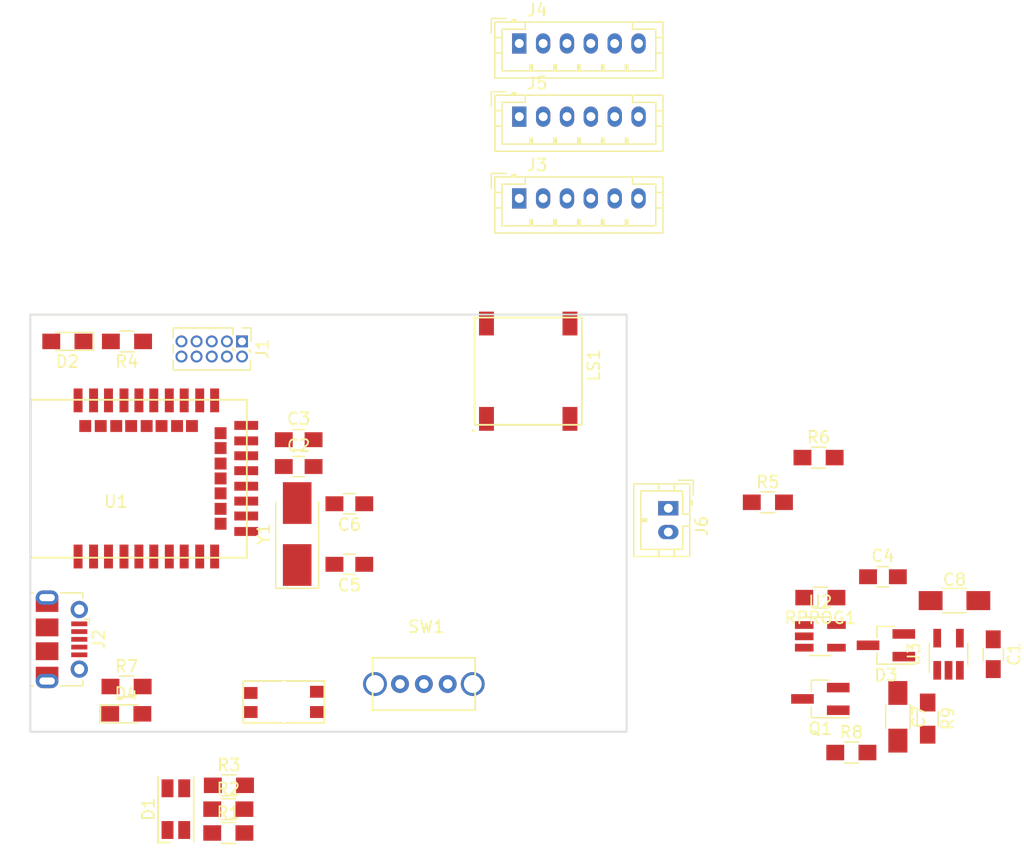
<source format=kicad_pcb>
(kicad_pcb (version 20171130) (host pcbnew 5.1.5-52549c5~86~ubuntu18.04.1)

  (general
    (thickness 1.6)
    (drawings 4)
    (tracks 0)
    (zones 0)
    (modules 36)
    (nets 41)
  )

  (page A4)
  (layers
    (0 F.Cu signal)
    (1 In1.Cu power)
    (2 In2.Cu power)
    (31 B.Cu signal)
    (32 B.Adhes user)
    (33 F.Adhes user)
    (34 B.Paste user)
    (35 F.Paste user)
    (36 B.SilkS user)
    (37 F.SilkS user)
    (38 B.Mask user)
    (39 F.Mask user)
    (40 Dwgs.User user)
    (41 Cmts.User user)
    (42 Eco1.User user)
    (43 Eco2.User user)
    (44 Edge.Cuts user)
    (45 Margin user)
    (46 B.CrtYd user)
    (47 F.CrtYd user)
    (48 B.Fab user)
    (49 F.Fab user)
  )

  (setup
    (last_trace_width 0.25)
    (trace_clearance 0.2)
    (zone_clearance 0.508)
    (zone_45_only no)
    (trace_min 0.2)
    (via_size 0.8)
    (via_drill 0.4)
    (via_min_size 0.4)
    (via_min_drill 0.3)
    (uvia_size 0.3)
    (uvia_drill 0.1)
    (uvias_allowed no)
    (uvia_min_size 0.2)
    (uvia_min_drill 0.1)
    (edge_width 0.15)
    (segment_width 0.2)
    (pcb_text_width 0.3)
    (pcb_text_size 1.5 1.5)
    (mod_edge_width 0.15)
    (mod_text_size 1 1)
    (mod_text_width 0.15)
    (pad_size 1.524 1.524)
    (pad_drill 0.762)
    (pad_to_mask_clearance 0.051)
    (solder_mask_min_width 0.25)
    (aux_axis_origin 0 0)
    (visible_elements FFFFFF7F)
    (pcbplotparams
      (layerselection 0x010fc_ffffffff)
      (usegerberextensions false)
      (usegerberattributes false)
      (usegerberadvancedattributes false)
      (creategerberjobfile false)
      (excludeedgelayer true)
      (linewidth 0.100000)
      (plotframeref false)
      (viasonmask false)
      (mode 1)
      (useauxorigin false)
      (hpglpennumber 1)
      (hpglpenspeed 20)
      (hpglpendiameter 15.000000)
      (psnegative false)
      (psa4output false)
      (plotreference true)
      (plotvalue true)
      (plotinvisibletext false)
      (padsonsilk false)
      (subtractmaskfromsilk false)
      (outputformat 1)
      (mirror false)
      (drillshape 0)
      (scaleselection 1)
      (outputdirectory "gerbers/"))
  )

  (net 0 "")
  (net 1 GND)
  (net 2 +3V3)
  (net 3 VBUS)
  (net 4 XL1)
  (net 5 XL2)
  (net 6 "Net-(D2-Pad1)")
  (net 7 D+)
  (net 8 D-)
  (net 9 +BATT)
  (net 10 RESET)
  (net 11 SWCLK)
  (net 12 SWDIO)
  (net 13 BATSENSE)
  (net 14 "Net-(RPROG1-Pad1)")
  (net 15 "Net-(D1-Pad1)")
  (net 16 "Net-(SW1-Pad2)")
  (net 17 "Net-(C7-Pad1)")
  (net 18 "Net-(D1-Pad2)")
  (net 19 "Net-(D1-Pad3)")
  (net 20 LED_1)
  (net 21 "Net-(D4-Pad1)")
  (net 22 "Net-(J2-Pad6)")
  (net 23 P0.28_A4)
  (net 24 P0.05_A3)
  (net 25 P0.08)
  (net 26 P1.09)
  (net 27 P.04_A2)
  (net 28 P0.12)
  (net 29 P0.07)
  (net 30 P0.15)
  (net 31 P0.22)
  (net 32 P1.00)
  (net 33 P1.02)
  (net 34 P0.24)
  (net 35 SPKR)
  (net 36 LED_R)
  (net 37 LED_G)
  (net 38 LED_B)
  (net 39 "Net-(R7-Pad2)")
  (net 40 "Net-(R9-Pad2)")

  (net_class Default "This is the default net class."
    (clearance 0.2)
    (trace_width 0.25)
    (via_dia 0.8)
    (via_drill 0.4)
    (uvia_dia 0.3)
    (uvia_drill 0.1)
    (add_net +3V3)
    (add_net +BATT)
    (add_net BATSENSE)
    (add_net D+)
    (add_net D-)
    (add_net GND)
    (add_net LED_1)
    (add_net LED_B)
    (add_net LED_G)
    (add_net LED_R)
    (add_net "Net-(C7-Pad1)")
    (add_net "Net-(D1-Pad1)")
    (add_net "Net-(D1-Pad2)")
    (add_net "Net-(D1-Pad3)")
    (add_net "Net-(D2-Pad1)")
    (add_net "Net-(D3-Pad1)")
    (add_net "Net-(D4-Pad1)")
    (add_net "Net-(J1-Pad6)")
    (add_net "Net-(J1-Pad7)")
    (add_net "Net-(J1-Pad8)")
    (add_net "Net-(J2-Pad4)")
    (add_net "Net-(J2-Pad6)")
    (add_net "Net-(R7-Pad2)")
    (add_net "Net-(R9-Pad2)")
    (add_net "Net-(RPROG1-Pad1)")
    (add_net "Net-(SW1-Pad2)")
    (add_net "Net-(U1-Pad12)")
    (add_net "Net-(U1-Pad14)")
    (add_net "Net-(U1-Pad2)")
    (add_net "Net-(U1-Pad25)")
    (add_net "Net-(U1-Pad3)")
    (add_net "Net-(U1-Pad32)")
    (add_net "Net-(U1-Pad33)")
    (add_net "Net-(U1-Pad40)")
    (add_net "Net-(U1-Pad41)")
    (add_net "Net-(U1-Pad43)")
    (add_net "Net-(U1-Pad6)")
    (add_net "Net-(U3-Pad4)")
    (add_net P.04_A2)
    (add_net P0.05_A3)
    (add_net P0.07)
    (add_net P0.08)
    (add_net P0.12)
    (add_net P0.15)
    (add_net P0.22)
    (add_net P0.24)
    (add_net P0.28_A4)
    (add_net P1.00)
    (add_net P1.02)
    (add_net P1.09)
    (add_net P1_11)
    (add_net RESET)
    (add_net SPKR)
    (add_net SWCLK)
    (add_net SWDIO)
    (add_net XL1)
    (add_net XL2)
  )

  (net_class VBUS ""
    (clearance 0.25)
    (trace_width 0.3)
    (via_dia 0.8)
    (via_drill 0.4)
    (uvia_dia 0.3)
    (uvia_drill 0.1)
    (add_net VBUS)
  )

  (module Switches:Tac_SMD_6.4mm_Side_SPST_NO (layer F.Cu) (tedit 5EC803C5) (tstamp 5EC7423A)
    (at 71.25 122.5)
    (descr "side smd tac switch")
    (tags "switch tac rightangle side smd")
    (path /5CC61396)
    (attr smd)
    (fp_text reference RST1 (at 0 0) (layer F.Fab)
      (effects (font (size 1 1) (thickness 0.15)))
    )
    (fp_text value SW_SPST (at 0 -2.7) (layer F.Fab)
      (effects (font (size 1 1) (thickness 0.15)))
    )
    (fp_line (start -1.3 2.5) (end 1.3 2.5) (layer Eco1.User) (width 0.15))
    (fp_line (start 1.3 2.75) (end 1.3 1.75) (layer Eco1.User) (width 0.15))
    (fp_line (start -1.3 2.75) (end 1.3 2.75) (layer Eco1.User) (width 0.15))
    (fp_line (start -1.3 1.75) (end -1.3 2.75) (layer Eco1.User) (width 0.15))
    (fp_line (start -3.4 1.75) (end -3.4 -1.7) (layer F.SilkS) (width 0.15))
    (fp_line (start 3.4 1.75) (end -3.4 1.75) (layer F.SilkS) (width 0.15))
    (fp_line (start 3.4 -1.75) (end 3.4 1.75) (layer F.SilkS) (width 0.15))
    (fp_line (start -3.4 -1.75) (end 3.4 -1.75) (layer F.SilkS) (width 0.15))
    (pad 1 smd rect (at 2.8 -0.85) (size 1.2 1) (layers F.Cu F.Paste F.Mask)
      (net 1 GND))
    (pad 2 smd rect (at 2.8 0.85) (size 1.2 1) (layers F.Cu F.Paste F.Mask)
      (net 10 RESET))
    (pad 2 smd rect (at -2.8 0.85) (size 1.2 1) (layers F.Cu F.Paste F.Mask)
      (net 10 RESET))
    (pad 1 smd rect (at -2.8 -0.75) (size 1.2 1) (layers F.Cu F.Paste F.Mask)
      (net 1 GND))
    (pad "" np_thru_hole circle (at 0 1.375) (size 0.75 0.75) (drill 0.75) (layers *.Cu *.Mask))
    (pad "" np_thru_hole circle (at 0 -1.375) (size 0.75 0.75) (drill 0.75) (layers *.Cu *.Mask))
  )

  (module BVH_Components_Misc:SMD_Speaker (layer F.Cu) (tedit 5EC7361D) (tstamp 5EC74581)
    (at 87.25 99.25 90)
    (path /5EC7A01F)
    (fp_text reference LS1 (at 5 10 90) (layer F.SilkS)
      (effects (font (size 1 1) (thickness 0.15)))
    )
    (fp_text value Speaker (at 4.5 4.5 90) (layer F.Fab)
      (effects (font (size 1 1) (thickness 0.15)))
    )
    (fp_line (start 0 9) (end 0 0) (layer F.SilkS) (width 0.15))
    (fp_line (start 9 9) (end 0 9) (layer F.SilkS) (width 0.15))
    (fp_line (start 9 0) (end 9 9) (layer F.SilkS) (width 0.15))
    (fp_line (start 0 0) (end 9 0) (layer F.SilkS) (width 0.15))
    (fp_text user . (at -0.5 -0.5 90) (layer F.SilkS)
      (effects (font (size 1 1) (thickness 0.15)))
    )
    (fp_poly (pts (xy 9 6) (xy 8 6) (xy 8 3) (xy 9 3)) (layer Eco1.User) (width 0.1))
    (pad 2 smd rect (at 8.5 8 90) (size 2 1.25) (layers F.Cu F.Paste F.Mask)
      (net 1 GND))
    (pad 1 smd rect (at 8.5 1 90) (size 2 1.25) (layers F.Cu F.Paste F.Mask)
      (net 35 SPKR))
    (pad 2 smd rect (at 0.5 8 90) (size 2 1.25) (layers F.Cu F.Paste F.Mask)
      (net 1 GND))
    (pad 1 smd rect (at 0.5 1 90) (size 2 1.25) (layers F.Cu F.Paste F.Mask)
      (net 35 SPKR))
  )

  (module Capacitors_SMD:C_0805_HandSoldering (layer F.Cu) (tedit 58AA84A8) (tstamp 5EC74CE0)
    (at 76.75 105.875 180)
    (descr "Capacitor SMD 0805, hand soldering")
    (tags "capacitor 0805")
    (path /5CB90446)
    (attr smd)
    (fp_text reference C6 (at 0 -1.75) (layer F.SilkS)
      (effects (font (size 1 1) (thickness 0.15)))
    )
    (fp_text value 22pF (at 0 1.75) (layer F.Fab)
      (effects (font (size 1 1) (thickness 0.15)))
    )
    (fp_text user %R (at 0 -1.75) (layer F.Fab)
      (effects (font (size 1 1) (thickness 0.15)))
    )
    (fp_line (start -1 0.62) (end -1 -0.62) (layer F.Fab) (width 0.1))
    (fp_line (start 1 0.62) (end -1 0.62) (layer F.Fab) (width 0.1))
    (fp_line (start 1 -0.62) (end 1 0.62) (layer F.Fab) (width 0.1))
    (fp_line (start -1 -0.62) (end 1 -0.62) (layer F.Fab) (width 0.1))
    (fp_line (start 0.5 -0.85) (end -0.5 -0.85) (layer F.SilkS) (width 0.12))
    (fp_line (start -0.5 0.85) (end 0.5 0.85) (layer F.SilkS) (width 0.12))
    (fp_line (start -2.25 -0.88) (end 2.25 -0.88) (layer F.CrtYd) (width 0.05))
    (fp_line (start -2.25 -0.88) (end -2.25 0.87) (layer F.CrtYd) (width 0.05))
    (fp_line (start 2.25 0.87) (end 2.25 -0.88) (layer F.CrtYd) (width 0.05))
    (fp_line (start 2.25 0.87) (end -2.25 0.87) (layer F.CrtYd) (width 0.05))
    (pad 1 smd rect (at -1.25 0 180) (size 1.5 1.25) (layers F.Cu F.Paste F.Mask)
      (net 1 GND))
    (pad 2 smd rect (at 1.25 0 180) (size 1.5 1.25) (layers F.Cu F.Paste F.Mask)
      (net 5 XL2))
    (model Capacitors_SMD.3dshapes/C_0805.wrl
      (at (xyz 0 0 0))
      (scale (xyz 1 1 1))
      (rotate (xyz 0 0 0))
    )
  )

  (module Capacitors_SMD:C_0805_HandSoldering (layer F.Cu) (tedit 58AA84A8) (tstamp 5EC785CF)
    (at 76.75 110.955 180)
    (descr "Capacitor SMD 0805, hand soldering")
    (tags "capacitor 0805")
    (path /5CB9037D)
    (attr smd)
    (fp_text reference C5 (at 0 -1.75) (layer F.SilkS)
      (effects (font (size 1 1) (thickness 0.15)))
    )
    (fp_text value 22pF (at 0 1.75) (layer F.Fab)
      (effects (font (size 1 1) (thickness 0.15)))
    )
    (fp_text user %R (at 0 -1.75) (layer F.Fab)
      (effects (font (size 1 1) (thickness 0.15)))
    )
    (fp_line (start -1 0.62) (end -1 -0.62) (layer F.Fab) (width 0.1))
    (fp_line (start 1 0.62) (end -1 0.62) (layer F.Fab) (width 0.1))
    (fp_line (start 1 -0.62) (end 1 0.62) (layer F.Fab) (width 0.1))
    (fp_line (start -1 -0.62) (end 1 -0.62) (layer F.Fab) (width 0.1))
    (fp_line (start 0.5 -0.85) (end -0.5 -0.85) (layer F.SilkS) (width 0.12))
    (fp_line (start -0.5 0.85) (end 0.5 0.85) (layer F.SilkS) (width 0.12))
    (fp_line (start -2.25 -0.88) (end 2.25 -0.88) (layer F.CrtYd) (width 0.05))
    (fp_line (start -2.25 -0.88) (end -2.25 0.87) (layer F.CrtYd) (width 0.05))
    (fp_line (start 2.25 0.87) (end 2.25 -0.88) (layer F.CrtYd) (width 0.05))
    (fp_line (start 2.25 0.87) (end -2.25 0.87) (layer F.CrtYd) (width 0.05))
    (pad 1 smd rect (at -1.25 0 180) (size 1.5 1.25) (layers F.Cu F.Paste F.Mask)
      (net 1 GND))
    (pad 2 smd rect (at 1.25 0 180) (size 1.5 1.25) (layers F.Cu F.Paste F.Mask)
      (net 4 XL1))
    (model Capacitors_SMD.3dshapes/C_0805.wrl
      (at (xyz 0 0 0))
      (scale (xyz 1 1 1))
      (rotate (xyz 0 0 0))
    )
  )

  (module Capacitors_SMD:C_0805_HandSoldering (layer F.Cu) (tedit 58AA84A8) (tstamp 5EC730FE)
    (at 121.5 112)
    (descr "Capacitor SMD 0805, hand soldering")
    (tags "capacitor 0805")
    (path /5CB6B124)
    (attr smd)
    (fp_text reference C4 (at 0 -1.75) (layer F.SilkS)
      (effects (font (size 1 1) (thickness 0.15)))
    )
    (fp_text value 10uF (at 0 1.75) (layer F.Fab)
      (effects (font (size 1 1) (thickness 0.15)))
    )
    (fp_text user %R (at 0 -1.75) (layer F.Fab)
      (effects (font (size 1 1) (thickness 0.15)))
    )
    (fp_line (start -1 0.62) (end -1 -0.62) (layer F.Fab) (width 0.1))
    (fp_line (start 1 0.62) (end -1 0.62) (layer F.Fab) (width 0.1))
    (fp_line (start 1 -0.62) (end 1 0.62) (layer F.Fab) (width 0.1))
    (fp_line (start -1 -0.62) (end 1 -0.62) (layer F.Fab) (width 0.1))
    (fp_line (start 0.5 -0.85) (end -0.5 -0.85) (layer F.SilkS) (width 0.12))
    (fp_line (start -0.5 0.85) (end 0.5 0.85) (layer F.SilkS) (width 0.12))
    (fp_line (start -2.25 -0.88) (end 2.25 -0.88) (layer F.CrtYd) (width 0.05))
    (fp_line (start -2.25 -0.88) (end -2.25 0.87) (layer F.CrtYd) (width 0.05))
    (fp_line (start 2.25 0.87) (end 2.25 -0.88) (layer F.CrtYd) (width 0.05))
    (fp_line (start 2.25 0.87) (end -2.25 0.87) (layer F.CrtYd) (width 0.05))
    (pad 1 smd rect (at -1.25 0) (size 1.5 1.25) (layers F.Cu F.Paste F.Mask)
      (net 3 VBUS))
    (pad 2 smd rect (at 1.25 0) (size 1.5 1.25) (layers F.Cu F.Paste F.Mask)
      (net 1 GND))
    (model Capacitors_SMD.3dshapes/C_0805.wrl
      (at (xyz 0 0 0))
      (scale (xyz 1 1 1))
      (rotate (xyz 0 0 0))
    )
  )

  (module Capacitors_SMD:C_0805_HandSoldering (layer F.Cu) (tedit 58AA84A8) (tstamp 5EC730FB)
    (at 72.5 100.5)
    (descr "Capacitor SMD 0805, hand soldering")
    (tags "capacitor 0805")
    (path /5CB6B021)
    (attr smd)
    (fp_text reference C3 (at 0 -1.75) (layer F.SilkS)
      (effects (font (size 1 1) (thickness 0.15)))
    )
    (fp_text value 0.1uF (at 0 1.75) (layer F.Fab)
      (effects (font (size 1 1) (thickness 0.15)))
    )
    (fp_text user %R (at 0 -1.75) (layer F.Fab)
      (effects (font (size 1 1) (thickness 0.15)))
    )
    (fp_line (start -1 0.62) (end -1 -0.62) (layer F.Fab) (width 0.1))
    (fp_line (start 1 0.62) (end -1 0.62) (layer F.Fab) (width 0.1))
    (fp_line (start 1 -0.62) (end 1 0.62) (layer F.Fab) (width 0.1))
    (fp_line (start -1 -0.62) (end 1 -0.62) (layer F.Fab) (width 0.1))
    (fp_line (start 0.5 -0.85) (end -0.5 -0.85) (layer F.SilkS) (width 0.12))
    (fp_line (start -0.5 0.85) (end 0.5 0.85) (layer F.SilkS) (width 0.12))
    (fp_line (start -2.25 -0.88) (end 2.25 -0.88) (layer F.CrtYd) (width 0.05))
    (fp_line (start -2.25 -0.88) (end -2.25 0.87) (layer F.CrtYd) (width 0.05))
    (fp_line (start 2.25 0.87) (end 2.25 -0.88) (layer F.CrtYd) (width 0.05))
    (fp_line (start 2.25 0.87) (end -2.25 0.87) (layer F.CrtYd) (width 0.05))
    (pad 1 smd rect (at -1.25 0) (size 1.5 1.25) (layers F.Cu F.Paste F.Mask)
      (net 2 +3V3))
    (pad 2 smd rect (at 1.25 0) (size 1.5 1.25) (layers F.Cu F.Paste F.Mask)
      (net 1 GND))
    (model Capacitors_SMD.3dshapes/C_0805.wrl
      (at (xyz 0 0 0))
      (scale (xyz 1 1 1))
      (rotate (xyz 0 0 0))
    )
  )

  (module Capacitors_SMD:C_0805_HandSoldering (layer F.Cu) (tedit 58AA84A8) (tstamp 5EC730F8)
    (at 72.5 102.75)
    (descr "Capacitor SMD 0805, hand soldering")
    (tags "capacitor 0805")
    (path /5CB6AB09)
    (attr smd)
    (fp_text reference C2 (at 0 -1.75) (layer F.SilkS)
      (effects (font (size 1 1) (thickness 0.15)))
    )
    (fp_text value 0.1uF (at 0 1.75) (layer F.Fab)
      (effects (font (size 1 1) (thickness 0.15)))
    )
    (fp_text user %R (at 0 -1.75) (layer F.Fab)
      (effects (font (size 1 1) (thickness 0.15)))
    )
    (fp_line (start -1 0.62) (end -1 -0.62) (layer F.Fab) (width 0.1))
    (fp_line (start 1 0.62) (end -1 0.62) (layer F.Fab) (width 0.1))
    (fp_line (start 1 -0.62) (end 1 0.62) (layer F.Fab) (width 0.1))
    (fp_line (start -1 -0.62) (end 1 -0.62) (layer F.Fab) (width 0.1))
    (fp_line (start 0.5 -0.85) (end -0.5 -0.85) (layer F.SilkS) (width 0.12))
    (fp_line (start -0.5 0.85) (end 0.5 0.85) (layer F.SilkS) (width 0.12))
    (fp_line (start -2.25 -0.88) (end 2.25 -0.88) (layer F.CrtYd) (width 0.05))
    (fp_line (start -2.25 -0.88) (end -2.25 0.87) (layer F.CrtYd) (width 0.05))
    (fp_line (start 2.25 0.87) (end 2.25 -0.88) (layer F.CrtYd) (width 0.05))
    (fp_line (start 2.25 0.87) (end -2.25 0.87) (layer F.CrtYd) (width 0.05))
    (pad 1 smd rect (at -1.25 0) (size 1.5 1.25) (layers F.Cu F.Paste F.Mask)
      (net 2 +3V3))
    (pad 2 smd rect (at 1.25 0) (size 1.5 1.25) (layers F.Cu F.Paste F.Mask)
      (net 1 GND))
    (model Capacitors_SMD.3dshapes/C_0805.wrl
      (at (xyz 0 0 0))
      (scale (xyz 1 1 1))
      (rotate (xyz 0 0 0))
    )
  )

  (module Capacitors_SMD:C_0805_HandSoldering (layer F.Cu) (tedit 58AA84A8) (tstamp 5EC730F5)
    (at 130.75 118.5 270)
    (descr "Capacitor SMD 0805, hand soldering")
    (tags "capacitor 0805")
    (path /5CB6AF53)
    (attr smd)
    (fp_text reference C1 (at 0 -1.75 90) (layer F.SilkS)
      (effects (font (size 1 1) (thickness 0.15)))
    )
    (fp_text value 10uF (at 0 1.75 90) (layer F.Fab)
      (effects (font (size 1 1) (thickness 0.15)))
    )
    (fp_text user %R (at 0 -1.75 90) (layer F.Fab)
      (effects (font (size 1 1) (thickness 0.15)))
    )
    (fp_line (start -1 0.62) (end -1 -0.62) (layer F.Fab) (width 0.1))
    (fp_line (start 1 0.62) (end -1 0.62) (layer F.Fab) (width 0.1))
    (fp_line (start 1 -0.62) (end 1 0.62) (layer F.Fab) (width 0.1))
    (fp_line (start -1 -0.62) (end 1 -0.62) (layer F.Fab) (width 0.1))
    (fp_line (start 0.5 -0.85) (end -0.5 -0.85) (layer F.SilkS) (width 0.12))
    (fp_line (start -0.5 0.85) (end 0.5 0.85) (layer F.SilkS) (width 0.12))
    (fp_line (start -2.25 -0.88) (end 2.25 -0.88) (layer F.CrtYd) (width 0.05))
    (fp_line (start -2.25 -0.88) (end -2.25 0.87) (layer F.CrtYd) (width 0.05))
    (fp_line (start 2.25 0.87) (end 2.25 -0.88) (layer F.CrtYd) (width 0.05))
    (fp_line (start 2.25 0.87) (end -2.25 0.87) (layer F.CrtYd) (width 0.05))
    (pad 1 smd rect (at -1.25 0 270) (size 1.5 1.25) (layers F.Cu F.Paste F.Mask)
      (net 2 +3V3))
    (pad 2 smd rect (at 1.25 0 270) (size 1.5 1.25) (layers F.Cu F.Paste F.Mask)
      (net 1 GND))
    (model Capacitors_SMD.3dshapes/C_0805.wrl
      (at (xyz 0 0 0))
      (scale (xyz 1 1 1))
      (rotate (xyz 0 0 0))
    )
  )

  (module Crystals:Crystal_SMD_5032-2pin_5.0x3.2mm_HandSoldering (layer F.Cu) (tedit 58CD2E9C) (tstamp 5EC74D1A)
    (at 72.375 108.415 90)
    (descr "SMD Crystal SERIES SMD2520/2 http://www.icbase.com/File/PDF/HKC/HKC00061008.pdf, hand-soldering, 5.0x3.2mm^2 package")
    (tags "SMD SMT crystal hand-soldering")
    (path /5CB90240)
    (attr smd)
    (fp_text reference Y1 (at 0 -2.8 90) (layer F.SilkS)
      (effects (font (size 1 1) (thickness 0.15)))
    )
    (fp_text value "32,767 Hz" (at 0 2.8 90) (layer F.Fab)
      (effects (font (size 1 1) (thickness 0.15)))
    )
    (fp_text user %R (at 0 0 90) (layer F.Fab)
      (effects (font (size 1 1) (thickness 0.15)))
    )
    (fp_line (start -2.3 -1.6) (end 2.3 -1.6) (layer F.Fab) (width 0.1))
    (fp_line (start 2.3 -1.6) (end 2.5 -1.4) (layer F.Fab) (width 0.1))
    (fp_line (start 2.5 -1.4) (end 2.5 1.4) (layer F.Fab) (width 0.1))
    (fp_line (start 2.5 1.4) (end 2.3 1.6) (layer F.Fab) (width 0.1))
    (fp_line (start 2.3 1.6) (end -2.3 1.6) (layer F.Fab) (width 0.1))
    (fp_line (start -2.3 1.6) (end -2.5 1.4) (layer F.Fab) (width 0.1))
    (fp_line (start -2.5 1.4) (end -2.5 -1.4) (layer F.Fab) (width 0.1))
    (fp_line (start -2.5 -1.4) (end -2.3 -1.6) (layer F.Fab) (width 0.1))
    (fp_line (start -2.5 0.6) (end -1.5 1.6) (layer F.Fab) (width 0.1))
    (fp_line (start 2.7 -1.8) (end -4.55 -1.8) (layer F.SilkS) (width 0.12))
    (fp_line (start -4.55 -1.8) (end -4.55 1.8) (layer F.SilkS) (width 0.12))
    (fp_line (start -4.55 1.8) (end 2.7 1.8) (layer F.SilkS) (width 0.12))
    (fp_line (start -4.6 -1.9) (end -4.6 1.9) (layer F.CrtYd) (width 0.05))
    (fp_line (start -4.6 1.9) (end 4.6 1.9) (layer F.CrtYd) (width 0.05))
    (fp_line (start 4.6 1.9) (end 4.6 -1.9) (layer F.CrtYd) (width 0.05))
    (fp_line (start 4.6 -1.9) (end -4.6 -1.9) (layer F.CrtYd) (width 0.05))
    (fp_circle (center 0 0) (end 0.4 0) (layer F.Adhes) (width 0.1))
    (fp_circle (center 0 0) (end 0.333333 0) (layer F.Adhes) (width 0.133333))
    (fp_circle (center 0 0) (end 0.213333 0) (layer F.Adhes) (width 0.133333))
    (fp_circle (center 0 0) (end 0.093333 0) (layer F.Adhes) (width 0.186667))
    (pad 1 smd rect (at -2.6 0 90) (size 3.5 2.4) (layers F.Cu F.Paste F.Mask)
      (net 4 XL1))
    (pad 2 smd rect (at 2.6 0 90) (size 3.5 2.4) (layers F.Cu F.Paste F.Mask)
      (net 5 XL2))
    (model ${KISYS3DMOD}/Crystals.3dshapes/Crystal_SMD_5032-2pin_5.0x3.2mm_HandSoldering.wrl
      (at (xyz 0 0 0))
      (scale (xyz 0.393701 0.393701 0.393701))
      (rotate (xyz 0 0 0))
    )
  )

  (module TO_SOT_Packages_SMD:SOT-23-5_HandSoldering (layer F.Cu) (tedit 58CE4E7E) (tstamp 5EC7325E)
    (at 127 118.5 90)
    (descr "5-pin SOT23 package")
    (tags "SOT-23-5 hand-soldering")
    (path /5CC5C4D3/5CC5D45C)
    (attr smd)
    (fp_text reference U3 (at 0 -2.9 90) (layer F.SilkS)
      (effects (font (size 1 1) (thickness 0.15)))
    )
    (fp_text value AP2112K-3.3 (at 0 2.9 90) (layer F.Fab)
      (effects (font (size 1 1) (thickness 0.15)))
    )
    (fp_text user %R (at 0 0) (layer F.Fab)
      (effects (font (size 0.5 0.5) (thickness 0.075)))
    )
    (fp_line (start -0.9 1.61) (end 0.9 1.61) (layer F.SilkS) (width 0.12))
    (fp_line (start 0.9 -1.61) (end -1.55 -1.61) (layer F.SilkS) (width 0.12))
    (fp_line (start -0.9 -0.9) (end -0.25 -1.55) (layer F.Fab) (width 0.1))
    (fp_line (start 0.9 -1.55) (end -0.25 -1.55) (layer F.Fab) (width 0.1))
    (fp_line (start -0.9 -0.9) (end -0.9 1.55) (layer F.Fab) (width 0.1))
    (fp_line (start 0.9 1.55) (end -0.9 1.55) (layer F.Fab) (width 0.1))
    (fp_line (start 0.9 -1.55) (end 0.9 1.55) (layer F.Fab) (width 0.1))
    (fp_line (start -2.38 -1.8) (end 2.38 -1.8) (layer F.CrtYd) (width 0.05))
    (fp_line (start -2.38 -1.8) (end -2.38 1.8) (layer F.CrtYd) (width 0.05))
    (fp_line (start 2.38 1.8) (end 2.38 -1.8) (layer F.CrtYd) (width 0.05))
    (fp_line (start 2.38 1.8) (end -2.38 1.8) (layer F.CrtYd) (width 0.05))
    (pad 1 smd rect (at -1.35 -0.95 90) (size 1.56 0.65) (layers F.Cu F.Paste F.Mask)
      (net 17 "Net-(C7-Pad1)"))
    (pad 2 smd rect (at -1.35 0 90) (size 1.56 0.65) (layers F.Cu F.Paste F.Mask)
      (net 1 GND))
    (pad 3 smd rect (at -1.35 0.95 90) (size 1.56 0.65) (layers F.Cu F.Paste F.Mask)
      (net 16 "Net-(SW1-Pad2)"))
    (pad 4 smd rect (at 1.35 0.95 90) (size 1.56 0.65) (layers F.Cu F.Paste F.Mask))
    (pad 5 smd rect (at 1.35 -0.95 90) (size 1.56 0.65) (layers F.Cu F.Paste F.Mask)
      (net 2 +3V3))
    (model ${KISYS3DMOD}/TO_SOT_Packages_SMD.3dshapes\SOT-23-5.wrl
      (at (xyz 0 0 0))
      (scale (xyz 1 1 1))
      (rotate (xyz 0 0 0))
    )
  )

  (module TO_SOT_Packages_SMD:SOT-23-5_HandSoldering (layer F.Cu) (tedit 58CE4E7E) (tstamp 5EC73C77)
    (at 116.25 117)
    (descr "5-pin SOT23 package")
    (tags "SOT-23-5 hand-soldering")
    (path /5CC5C4D3/5CC5E485)
    (attr smd)
    (fp_text reference U2 (at 0 -2.9) (layer F.SilkS)
      (effects (font (size 1 1) (thickness 0.15)))
    )
    (fp_text value MCP73831-2-OT (at 0 2.9) (layer F.Fab)
      (effects (font (size 1 1) (thickness 0.15)))
    )
    (fp_text user %R (at 0 0 90) (layer F.Fab)
      (effects (font (size 0.5 0.5) (thickness 0.075)))
    )
    (fp_line (start -0.9 1.61) (end 0.9 1.61) (layer F.SilkS) (width 0.12))
    (fp_line (start 0.9 -1.61) (end -1.55 -1.61) (layer F.SilkS) (width 0.12))
    (fp_line (start -0.9 -0.9) (end -0.25 -1.55) (layer F.Fab) (width 0.1))
    (fp_line (start 0.9 -1.55) (end -0.25 -1.55) (layer F.Fab) (width 0.1))
    (fp_line (start -0.9 -0.9) (end -0.9 1.55) (layer F.Fab) (width 0.1))
    (fp_line (start 0.9 1.55) (end -0.9 1.55) (layer F.Fab) (width 0.1))
    (fp_line (start 0.9 -1.55) (end 0.9 1.55) (layer F.Fab) (width 0.1))
    (fp_line (start -2.38 -1.8) (end 2.38 -1.8) (layer F.CrtYd) (width 0.05))
    (fp_line (start -2.38 -1.8) (end -2.38 1.8) (layer F.CrtYd) (width 0.05))
    (fp_line (start 2.38 1.8) (end 2.38 -1.8) (layer F.CrtYd) (width 0.05))
    (fp_line (start 2.38 1.8) (end -2.38 1.8) (layer F.CrtYd) (width 0.05))
    (pad 1 smd rect (at -1.35 -0.95) (size 1.56 0.65) (layers F.Cu F.Paste F.Mask)
      (net 39 "Net-(R7-Pad2)"))
    (pad 2 smd rect (at -1.35 0) (size 1.56 0.65) (layers F.Cu F.Paste F.Mask)
      (net 1 GND))
    (pad 3 smd rect (at -1.35 0.95) (size 1.56 0.65) (layers F.Cu F.Paste F.Mask)
      (net 9 +BATT))
    (pad 4 smd rect (at 1.35 0.95) (size 1.56 0.65) (layers F.Cu F.Paste F.Mask)
      (net 3 VBUS))
    (pad 5 smd rect (at 1.35 -0.95) (size 1.56 0.65) (layers F.Cu F.Paste F.Mask)
      (net 14 "Net-(RPROG1-Pad1)"))
    (model ${KISYS3DMOD}/TO_SOT_Packages_SMD.3dshapes\SOT-23-5.wrl
      (at (xyz 0 0 0))
      (scale (xyz 1 1 1))
      (rotate (xyz 0 0 0))
    )
  )

  (module "BVH_nrf52_Modules:E73(2G4M08S1C)-HandSoldered" (layer F.Cu) (tedit 5CDC993E) (tstamp 5EC73258)
    (at 59.75 103.75)
    (path /5CB695CE)
    (fp_text reference U1 (at -2.57 1.945001) (layer F.SilkS)
      (effects (font (size 1 1) (thickness 0.15)))
    )
    (fp_text value E73-2G4M08S1C-52840 (at -1.1 -0.05) (layer F.Fab)
      (effects (font (size 1 1) (thickness 0.15)))
    )
    (fp_line (start -9.7 6.65) (end -9.7 -6.6) (layer F.SilkS) (width 0.15))
    (fp_line (start 8.4 6.65) (end -9.7 6.65) (layer F.SilkS) (width 0.15))
    (fp_line (start 8.4 -6.6) (end 8.4 6.65) (layer F.SilkS) (width 0.15))
    (fp_line (start -9.7 -6.6) (end 8.4 -6.6) (layer F.SilkS) (width 0.15))
    (fp_line (start -9.7 6.5) (end -9.7 -6.5) (layer Dwgs.User) (width 0.1))
    (fp_line (start 1.515 5.5) (end 1.515 6.5) (layer Dwgs.User) (width 0.1))
    (fp_line (start -6.105 6.5) (end -6.105 5.5) (layer Dwgs.User) (width 0.1))
    (fp_line (start 4.055 6.5) (end 4.805 6.5) (layer Dwgs.User) (width 0.1))
    (fp_line (start -1.025 5.5) (end -1.025 6.5) (layer Dwgs.User) (width 0.1))
    (fp_line (start 4.237971 -3.95) (end 3.387971 -3.95) (layer Dwgs.User) (width 0.1))
    (fp_line (start 2.9594 -3.95) (end 2.1094 -3.95) (layer Dwgs.User) (width 0.1))
    (fp_line (start 6.075 -6.5) (end 6.075 -5.5) (layer Dwgs.User) (width 0.1))
    (fp_line (start 6.075 -5.5) (end 5.325 -5.5) (layer Dwgs.User) (width 0.1))
    (fp_line (start -1.025 -5.5) (end -1.025 -6.5) (layer Dwgs.User) (width 0.1))
    (fp_line (start -5.562029 -3.95) (end -4.712029 -3.95) (layer Dwgs.User) (width 0.1))
    (fp_line (start -5.355 6.5) (end -6.105 6.5) (layer Dwgs.User) (width 0.1))
    (fp_line (start -6.105 5.5) (end -5.355 5.5) (layer Dwgs.User) (width 0.1))
    (fp_line (start -4.712029 -4.85) (end -5.562029 -4.85) (layer Dwgs.User) (width 0.1))
    (fp_line (start -2.295 6.5) (end -1.545 6.5) (layer Dwgs.User) (width 0.1))
    (fp_line (start -3.433458 -4.85) (end -3.433458 -3.95) (layer Dwgs.User) (width 0.1))
    (fp_line (start -0.447743 -4.85) (end 0.402257 -4.85) (layer Dwgs.User) (width 0.1))
    (fp_line (start -4.085 6.5) (end -4.085 5.5) (layer Dwgs.User) (width 0.1))
    (fp_line (start -4.283458 -3.95) (end -4.283458 -4.85) (layer Dwgs.User) (width 0.1))
    (fp_line (start -6.105 -6.5) (end -5.355 -6.5) (layer Dwgs.User) (width 0.1))
    (fp_line (start -5.355 -6.5) (end -5.355 -5.5) (layer Dwgs.User) (width 0.1))
    (fp_line (start 4.237971 -4.85) (end 4.237971 -3.95) (layer Dwgs.User) (width 0.1))
    (fp_line (start 2.265 6.5) (end 2.265 5.5) (layer Dwgs.User) (width 0.1))
    (fp_line (start -0.275 6.5) (end -0.275 5.5) (layer Dwgs.User) (width 0.1))
    (fp_line (start 7.3 -4.075) (end 8.3 -4.075) (layer Dwgs.User) (width 0.1))
    (fp_line (start 8.3 -4.075) (end 8.3 -4.825) (layer Dwgs.User) (width 0.1))
    (fp_line (start 8.3 -4.825) (end 7.3 -4.825) (layer Dwgs.User) (width 0.1))
    (fp_line (start 1.680828 -3.95) (end 0.830828 -3.95) (layer Dwgs.User) (width 0.1))
    (fp_line (start 8.3 3.545) (end 8.3 2.795) (layer Dwgs.User) (width 0.1))
    (fp_line (start 8.3 2.795) (end 7.3 2.795) (layer Dwgs.User) (width 0.1))
    (fp_line (start 7.3 2.795) (end 7.3 3.545) (layer Dwgs.User) (width 0.1))
    (fp_line (start 2.785 -5.5) (end 2.785 -6.5) (layer Dwgs.User) (width 0.1))
    (fp_line (start 2.785 -6.5) (end 3.535 -6.5) (layer Dwgs.User) (width 0.1))
    (fp_line (start 5.325 5.5) (end 5.325 6.5) (layer Dwgs.User) (width 0.1))
    (fp_line (start 0.245 6.5) (end 0.995 6.5) (layer Dwgs.User) (width 0.1))
    (fp_line (start -5.562029 -4.85) (end -5.562029 -3.95) (layer Dwgs.User) (width 0.1))
    (fp_line (start -2.295 -5.5) (end -2.295 -6.5) (layer Dwgs.User) (width 0.1))
    (fp_line (start 7.3 -1.015) (end 7.3 -0.265) (layer Dwgs.User) (width 0.1))
    (fp_line (start 7.3 -1.535) (end 8.3 -1.535) (layer Dwgs.User) (width 0.1))
    (fp_line (start 8.3 -1.535) (end 8.3 -2.285) (layer Dwgs.User) (width 0.1))
    (fp_line (start -0.275 -5.5) (end -1.025 -5.5) (layer Dwgs.User) (width 0.1))
    (fp_line (start 8.3 -2.285) (end 7.3 -2.285) (layer Dwgs.User) (width 0.1))
    (fp_line (start 7.3 -2.285) (end 7.3 -1.535) (layer Dwgs.User) (width 0.1))
    (fp_line (start 7.3 -2.805) (end 8.3 -2.805) (layer Dwgs.User) (width 0.1))
    (fp_line (start 8.3 4.065) (end 8.3 4.815) (layer Dwgs.User) (width 0.1))
    (fp_line (start 7.3 -0.265) (end 8.3 -0.265) (layer Dwgs.User) (width 0.1))
    (fp_line (start 8.3 -0.265) (end 8.3 -1.015) (layer Dwgs.User) (width 0.1))
    (fp_line (start 8.3 -1.015) (end 7.3 -1.015) (layer Dwgs.User) (width 0.1))
    (fp_line (start -2.815 -5.5) (end -3.565 -5.5) (layer Dwgs.User) (width 0.1))
    (fp_line (start 4.055 -5.5) (end 4.055 -6.5) (layer Dwgs.User) (width 0.1))
    (fp_line (start 4.055 -6.5) (end 4.805 -6.5) (layer Dwgs.User) (width 0.1))
    (fp_line (start -3.565 -6.5) (end -2.815 -6.5) (layer Dwgs.User) (width 0.1))
    (fp_line (start 6.65 0.452689) (end 6.65 -0.447311) (layer Dwgs.User) (width 0.1))
    (fp_line (start 6.65 -0.447311) (end 5.75 -0.447311) (layer Dwgs.User) (width 0.1))
    (fp_line (start 5.75 -0.447311) (end 5.75 0.452689) (layer Dwgs.User) (width 0.1))
    (fp_line (start 5.75 -0.817311) (end 6.65 -0.817311) (layer Dwgs.User) (width 0.1))
    (fp_line (start 6.65 -0.817311) (end 6.65 -1.717311) (layer Dwgs.User) (width 0.1))
    (fp_line (start 5.325 -5.5) (end 5.325 -6.5) (layer Dwgs.User) (width 0.1))
    (fp_line (start 5.325 -6.5) (end 6.075 -6.5) (layer Dwgs.User) (width 0.1))
    (fp_line (start 6.65 -1.717311) (end 5.75 -1.717311) (layer Dwgs.User) (width 0.1))
    (fp_line (start 5.75 -1.717311) (end 5.75 -0.817311) (layer Dwgs.User) (width 0.1))
    (fp_line (start 5.75 -2.087311) (end 6.65 -2.087311) (layer Dwgs.User) (width 0.1))
    (fp_line (start 6.65 -2.087311) (end 6.65 -2.987311) (layer Dwgs.User) (width 0.1))
    (fp_line (start 6.65 -2.987311) (end 5.75 -2.987311) (layer Dwgs.User) (width 0.1))
    (fp_line (start -3.565 5.5) (end -3.565 6.5) (layer Dwgs.User) (width 0.1))
    (fp_line (start 7.3 3.545) (end 8.3 3.545) (layer Dwgs.User) (width 0.1))
    (fp_line (start -4.085 -5.5) (end -4.835 -5.5) (layer Dwgs.User) (width 0.1))
    (fp_line (start -5.355 -5.5) (end -6.105 -5.5) (layer Dwgs.User) (width 0.1))
    (fp_line (start 0.830828 -4.85) (end 1.680828 -4.85) (layer Dwgs.User) (width 0.1))
    (fp_line (start 3.535 -6.5) (end 3.535 -5.5) (layer Dwgs.User) (width 0.1))
    (fp_line (start 3.535 -5.5) (end 2.785 -5.5) (layer Dwgs.User) (width 0.1))
    (fp_line (start -4.835 -6.5) (end -4.085 -6.5) (layer Dwgs.User) (width 0.1))
    (fp_line (start 2.785 5.5) (end 2.785 6.5) (layer Dwgs.User) (width 0.1))
    (fp_line (start -4.835 5.5) (end -4.835 6.5) (layer Dwgs.User) (width 0.1))
    (fp_line (start -2.154886 -3.95) (end -3.004886 -3.95) (layer Dwgs.User) (width 0.1))
    (fp_line (start 5.75 -2.987311) (end 5.75 -2.087311) (layer Dwgs.User) (width 0.1))
    (fp_line (start 5.75 -3.357311) (end 6.65 -3.357311) (layer Dwgs.User) (width 0.1))
    (fp_line (start 6.65 -3.357311) (end 6.65 -4.257311) (layer Dwgs.User) (width 0.1))
    (fp_line (start 6.65 -4.257311) (end 5.75 -4.257311) (layer Dwgs.User) (width 0.1))
    (fp_line (start 5.75 -4.257311) (end 5.75 -3.357311) (layer Dwgs.User) (width 0.1))
    (fp_line (start -2.295 5.5) (end -2.295 6.5) (layer Dwgs.User) (width 0.1))
    (fp_line (start 0.245 -6.5) (end 0.995 -6.5) (layer Dwgs.User) (width 0.1))
    (fp_line (start 1.680828 -4.85) (end 1.680828 -3.95) (layer Dwgs.User) (width 0.1))
    (fp_line (start 8.3 -6.5) (end 8.3 6.5) (layer Dwgs.User) (width 0.1))
    (fp_line (start -0.275 -6.5) (end -0.275 -5.5) (layer Dwgs.User) (width 0.1))
    (fp_line (start -9.7 -6.5) (end 8.3 -6.5) (layer Dwgs.User) (width 0.1))
    (fp_line (start 0.402257 -3.95) (end -0.447743 -3.95) (layer Dwgs.User) (width 0.1))
    (fp_line (start -1.545 5.5) (end -2.295 5.5) (layer Dwgs.User) (width 0.1))
    (fp_line (start 0.995 6.5) (end 0.995 5.5) (layer Dwgs.User) (width 0.1))
    (fp_line (start 1.515 6.5) (end 2.265 6.5) (layer Dwgs.User) (width 0.1))
    (fp_line (start 7.3 4.815) (end 7.3 4.065) (layer Dwgs.User) (width 0.1))
    (fp_line (start 7.3 4.065) (end 8.3 4.065) (layer Dwgs.User) (width 0.1))
    (fp_line (start -4.085 -6.5) (end -4.085 -5.5) (layer Dwgs.User) (width 0.1))
    (fp_line (start 1.515 -6.5) (end 2.265 -6.5) (layer Dwgs.User) (width 0.1))
    (fp_line (start -2.815 5.5) (end -3.565 5.5) (layer Dwgs.User) (width 0.1))
    (fp_line (start 2.265 -6.5) (end 2.265 -5.5) (layer Dwgs.User) (width 0.1))
    (fp_line (start 6.65 3.362689) (end 6.65 4.262689) (layer Dwgs.User) (width 0.1))
    (fp_line (start 5.75 2.992689) (end 6.65 2.992689) (layer Dwgs.User) (width 0.1))
    (fp_line (start 3.387971 -3.95) (end 3.387971 -4.85) (layer Dwgs.User) (width 0.1))
    (fp_line (start -1.025 6.5) (end -0.275 6.5) (layer Dwgs.User) (width 0.1))
    (fp_line (start 2.265 5.5) (end 1.515 5.5) (layer Dwgs.User) (width 0.1))
    (fp_line (start 0.995 -5.5) (end 0.245 -5.5) (layer Dwgs.User) (width 0.1))
    (fp_line (start 3.387971 -4.85) (end 4.237971 -4.85) (layer Dwgs.User) (width 0.1))
    (fp_line (start -5.355 5.5) (end -5.355 6.5) (layer Dwgs.User) (width 0.1))
    (fp_line (start 8.3 -2.805) (end 8.3 -3.555) (layer Dwgs.User) (width 0.1))
    (fp_line (start 8.3 -3.555) (end 7.3 -3.555) (layer Dwgs.User) (width 0.1))
    (fp_line (start 7.3 -3.555) (end 7.3 -2.805) (layer Dwgs.User) (width 0.1))
    (fp_line (start 4.805 5.5) (end 4.055 5.5) (layer Dwgs.User) (width 0.1))
    (fp_line (start 8.3 6.5) (end -9.7 6.5) (layer Dwgs.User) (width 0.1))
    (fp_line (start -0.876315 -4.85) (end -0.876315 -3.95) (layer Dwgs.User) (width 0.1))
    (fp_line (start -3.004886 -3.95) (end -3.004886 -4.85) (layer Dwgs.User) (width 0.1))
    (fp_line (start 6.075 6.5) (end 6.075 5.5) (layer Dwgs.User) (width 0.1))
    (fp_line (start -1.545 -6.5) (end -1.545 -5.5) (layer Dwgs.User) (width 0.1))
    (fp_line (start -1.726315 -4.85) (end -0.876315 -4.85) (layer Dwgs.User) (width 0.1))
    (fp_line (start -3.433458 -3.95) (end -4.283458 -3.95) (layer Dwgs.User) (width 0.1))
    (fp_line (start -4.085 5.5) (end -4.835 5.5) (layer Dwgs.User) (width 0.1))
    (fp_line (start 3.535 6.5) (end 3.535 5.5) (layer Dwgs.User) (width 0.1))
    (fp_line (start 4.805 -6.5) (end 4.805 -5.5) (layer Dwgs.User) (width 0.1))
    (fp_line (start 4.805 -5.5) (end 4.055 -5.5) (layer Dwgs.User) (width 0.1))
    (fp_line (start 6.65 2.992689) (end 6.65 2.092689) (layer Dwgs.User) (width 0.1))
    (fp_line (start 6.65 2.092689) (end 5.75 2.092689) (layer Dwgs.User) (width 0.1))
    (fp_line (start 5.75 2.092689) (end 5.75 2.992689) (layer Dwgs.User) (width 0.1))
    (fp_line (start 5.75 1.722689) (end 6.65 1.722689) (layer Dwgs.User) (width 0.1))
    (fp_line (start 0.245 -5.5) (end 0.245 -6.5) (layer Dwgs.User) (width 0.1))
    (fp_line (start -2.815 -6.5) (end -2.815 -5.5) (layer Dwgs.User) (width 0.1))
    (fp_line (start -4.283458 -4.85) (end -3.433458 -4.85) (layer Dwgs.User) (width 0.1))
    (fp_line (start 0.402257 -4.85) (end 0.402257 -3.95) (layer Dwgs.User) (width 0.1))
    (fp_line (start 7.3 -4.825) (end 7.3 -4.075) (layer Dwgs.User) (width 0.1))
    (fp_line (start 6.65 4.262689) (end 5.75 4.262689) (layer Dwgs.User) (width 0.1))
    (fp_line (start 5.75 4.262689) (end 5.75 3.362689) (layer Dwgs.User) (width 0.1))
    (fp_line (start 5.75 3.362689) (end 6.65 3.362689) (layer Dwgs.User) (width 0.1))
    (fp_line (start 2.265 -5.5) (end 1.515 -5.5) (layer Dwgs.User) (width 0.1))
    (fp_line (start -2.154886 -4.85) (end -2.154886 -3.95) (layer Dwgs.User) (width 0.1))
    (fp_line (start -0.876315 -3.95) (end -1.726315 -3.95) (layer Dwgs.User) (width 0.1))
    (fp_line (start 8.3 1.005) (end 8.3 0.255) (layer Dwgs.User) (width 0.1))
    (fp_line (start 8.3 0.255) (end 7.3 0.255) (layer Dwgs.User) (width 0.1))
    (fp_line (start 7.3 0.255) (end 7.3 1.005) (layer Dwgs.User) (width 0.1))
    (fp_line (start 2.1094 -4.85) (end 2.9594 -4.85) (layer Dwgs.User) (width 0.1))
    (fp_line (start -0.447743 -3.95) (end -0.447743 -4.85) (layer Dwgs.User) (width 0.1))
    (fp_line (start -1.726315 -3.95) (end -1.726315 -4.85) (layer Dwgs.User) (width 0.1))
    (fp_line (start 2.9594 -4.85) (end 2.9594 -3.95) (layer Dwgs.User) (width 0.1))
    (fp_line (start -2.815 6.5) (end -2.815 5.5) (layer Dwgs.User) (width 0.1))
    (fp_line (start 3.535 5.5) (end 2.785 5.5) (layer Dwgs.User) (width 0.1))
    (fp_line (start -6.105 -5.5) (end -6.105 -6.5) (layer Dwgs.User) (width 0.1))
    (fp_line (start 1.515 -5.5) (end 1.515 -6.5) (layer Dwgs.User) (width 0.1))
    (fp_line (start -1.545 -5.5) (end -2.295 -5.5) (layer Dwgs.User) (width 0.1))
    (fp_line (start -0.275 5.5) (end -1.025 5.5) (layer Dwgs.User) (width 0.1))
    (fp_line (start 7.3 2.275) (end 8.3 2.275) (layer Dwgs.User) (width 0.1))
    (fp_line (start 8.3 2.275) (end 8.3 1.525) (layer Dwgs.User) (width 0.1))
    (fp_line (start 8.3 1.525) (end 7.3 1.525) (layer Dwgs.User) (width 0.1))
    (fp_line (start 0.830828 -3.95) (end 0.830828 -4.85) (layer Dwgs.User) (width 0.1))
    (fp_line (start 0.995 -6.5) (end 0.995 -5.5) (layer Dwgs.User) (width 0.1))
    (fp_line (start 7.3 1.525) (end 7.3 2.275) (layer Dwgs.User) (width 0.1))
    (fp_line (start 7.3 1.005) (end 8.3 1.005) (layer Dwgs.User) (width 0.1))
    (fp_line (start -1.025 -6.5) (end -0.275 -6.5) (layer Dwgs.User) (width 0.1))
    (fp_line (start 8.3 4.815) (end 7.3 4.815) (layer Dwgs.User) (width 0.1))
    (fp_line (start 4.055 5.5) (end 4.055 6.5) (layer Dwgs.User) (width 0.1))
    (fp_line (start -3.004886 -4.85) (end -2.154886 -4.85) (layer Dwgs.User) (width 0.1))
    (fp_line (start 2.1094 -3.95) (end 2.1094 -4.85) (layer Dwgs.User) (width 0.1))
    (fp_line (start -4.835 6.5) (end -4.085 6.5) (layer Dwgs.User) (width 0.1))
    (fp_line (start 0.995 5.5) (end 0.245 5.5) (layer Dwgs.User) (width 0.1))
    (fp_line (start -1.545 6.5) (end -1.545 5.5) (layer Dwgs.User) (width 0.1))
    (fp_line (start 0.245 5.5) (end 0.245 6.5) (layer Dwgs.User) (width 0.1))
    (fp_line (start -3.565 -5.5) (end -3.565 -6.5) (layer Dwgs.User) (width 0.1))
    (fp_line (start -2.295 -6.5) (end -1.545 -6.5) (layer Dwgs.User) (width 0.1))
    (fp_line (start -4.712029 -3.95) (end -4.712029 -4.85) (layer Dwgs.User) (width 0.1))
    (fp_line (start 5.325 6.5) (end 6.075 6.5) (layer Dwgs.User) (width 0.1))
    (fp_line (start 4.805 6.5) (end 4.805 5.5) (layer Dwgs.User) (width 0.1))
    (fp_line (start 6.65 1.722689) (end 6.65 0.822689) (layer Dwgs.User) (width 0.1))
    (fp_line (start 6.65 0.822689) (end 5.75 0.822689) (layer Dwgs.User) (width 0.1))
    (fp_line (start 5.75 0.822689) (end 5.75 1.722689) (layer Dwgs.User) (width 0.1))
    (fp_line (start 5.75 0.452689) (end 6.65 0.452689) (layer Dwgs.User) (width 0.1))
    (fp_line (start -3.565 6.5) (end -2.815 6.5) (layer Dwgs.User) (width 0.1))
    (fp_line (start 2.785 6.5) (end 3.535 6.5) (layer Dwgs.User) (width 0.1))
    (fp_line (start -4.835 -5.5) (end -4.835 -6.5) (layer Dwgs.User) (width 0.1))
    (fp_line (start 6.075 5.5) (end 5.325 5.5) (layer Dwgs.User) (width 0.1))
    (pad 1 smd rect (at -5.75 6.55) (size 0.75 2) (layers F.Cu F.Paste F.Mask))
    (pad 2 smd rect (at -4.45 6.55) (size 0.75 2) (layers F.Cu F.Paste F.Mask))
    (pad 3 smd rect (at -3.2 6.55) (size 0.75 2) (layers F.Cu F.Paste F.Mask))
    (pad 4 smd rect (at -1.9 6.55) (size 0.75 2) (layers F.Cu F.Paste F.Mask)
      (net 23 P0.28_A4))
    (pad 5 smd rect (at -0.65 6.55) (size 0.75 2) (layers F.Cu F.Paste F.Mask)
      (net 1 GND))
    (pad 6 smd rect (at 0.6 6.55) (size 0.75 2) (layers F.Cu F.Paste F.Mask))
    (pad 7 smd rect (at 1.9 6.55) (size 0.75 2) (layers F.Cu F.Paste F.Mask)
      (net 13 BATSENSE))
    (pad 8 smd rect (at 3.15 6.55) (size 0.75 2) (layers F.Cu F.Paste F.Mask)
      (net 38 LED_B))
    (pad 9 smd rect (at 4.45 6.55) (size 0.75 2) (layers F.Cu F.Paste F.Mask)
      (net 37 LED_G))
    (pad 10 smd rect (at 5.7 6.55) (size 0.75 2) (layers F.Cu F.Paste F.Mask)
      (net 36 LED_R))
    (pad 11 smd rect (at 8.35 4.45) (size 2 0.75) (layers F.Cu F.Paste F.Mask)
      (net 4 XL1))
    (pad 13 smd rect (at 8.35 3.15) (size 2 0.75) (layers F.Cu F.Paste F.Mask)
      (net 5 XL2))
    (pad 15 smd rect (at 8.35 1.9) (size 2 0.75) (layers F.Cu F.Paste F.Mask)
      (net 24 P0.05_A3))
    (pad 17 smd rect (at 8.35 0.65) (size 2 0.75) (layers F.Cu F.Paste F.Mask)
      (net 26 P1.09))
    (pad 19 smd rect (at 8.35 -0.65) (size 2 0.75) (layers F.Cu F.Paste F.Mask)
      (net 2 +3V3))
    (pad 21 smd rect (at 8.35 -1.9) (size 2 0.75) (layers F.Cu F.Paste F.Mask)
      (net 1 GND))
    (pad 23 smd rect (at 8.35 -3.15) (size 2 0.75) (layers F.Cu F.Paste F.Mask)
      (net 2 +3V3))
    (pad 25 smd rect (at 8.35 -4.45) (size 2 0.75) (layers F.Cu F.Paste F.Mask))
    (pad 26 smd rect (at 5.7 -6.55) (size 0.75 2) (layers F.Cu F.Paste F.Mask)
      (net 10 RESET))
    (pad 27 smd rect (at 4.45 -6.55) (size 0.75 2) (layers F.Cu F.Paste F.Mask)
      (net 3 VBUS))
    (pad 29 smd rect (at 3.15 -6.55) (size 0.75 2) (layers F.Cu F.Paste F.Mask)
      (net 8 D-))
    (pad 31 smd rect (at 1.9 -6.55) (size 0.75 2) (layers F.Cu F.Paste F.Mask)
      (net 7 D+))
    (pad 33 smd rect (at 0.6 -6.55) (size 0.75 2) (layers F.Cu F.Paste F.Mask))
    (pad 35 smd rect (at -0.65 -6.55) (size 0.75 2) (layers F.Cu F.Paste F.Mask)
      (net 34 P0.24))
    (pad 37 smd rect (at -1.9 -6.55) (size 0.75 2) (layers F.Cu F.Paste F.Mask)
      (net 12 SWDIO))
    (pad 39 smd rect (at -3.2 -6.55) (size 0.75 2) (layers F.Cu F.Paste F.Mask)
      (net 11 SWCLK))
    (pad 41 smd rect (at -4.45 -6.55) (size 0.75 2) (layers F.Cu F.Paste F.Mask))
    (pad 43 smd rect (at -5.75 -6.55) (size 0.75 2) (layers F.Cu F.Paste F.Mask))
    (pad 12 smd rect (at 6.2 3.8) (size 1 1) (layers F.Cu F.Paste F.Mask))
    (pad 14 smd rect (at 6.2 2.55) (size 1 1) (layers F.Cu F.Paste F.Mask))
    (pad 16 smd rect (at 6.2 1.25) (size 1 1) (layers F.Cu F.Paste F.Mask)
      (net 25 P0.08))
    (pad 18 smd rect (at 6.2 0) (size 1 1) (layers F.Cu F.Paste F.Mask)
      (net 27 P.04_A2))
    (pad 20 smd rect (at 6.2 -1.25) (size 1 1) (layers F.Cu F.Paste F.Mask)
      (net 28 P0.12))
    (pad 22 smd rect (at 6.2 -2.55) (size 1 1) (layers F.Cu F.Paste F.Mask)
      (net 29 P0.07))
    (pad 24 smd rect (at 6.2 -3.8) (size 1 1) (layers F.Cu F.Paste F.Mask)
      (net 1 GND))
    (pad 28 smd rect (at 3.8 -4.4) (size 1 1) (layers F.Cu F.Paste F.Mask)
      (net 30 P0.15))
    (pad 30 smd rect (at 2.55 -4.4) (size 1 1) (layers F.Cu F.Paste F.Mask)
      (net 35 SPKR))
    (pad 32 smd rect (at 1.25 -4.4) (size 1 1) (layers F.Cu F.Paste F.Mask))
    (pad 34 smd rect (at 0 -4.4) (size 1 1) (layers F.Cu F.Paste F.Mask)
      (net 31 P0.22))
    (pad 36 smd rect (at -1.3 -4.4) (size 1 1) (layers F.Cu F.Paste F.Mask)
      (net 32 P1.00))
    (pad 38 smd rect (at -2.55 -4.4) (size 1 1) (layers F.Cu F.Paste F.Mask)
      (net 33 P1.02))
    (pad 40 smd rect (at -3.85 -4.4) (size 1 1) (layers F.Cu F.Paste F.Mask))
    (pad 42 smd rect (at -5.15 -4.4) (size 1 1) (layers F.Cu F.Paste F.Mask)
      (net 20 LED_1))
  )

  (module Switches:OS102011MA1QN1 (layer F.Cu) (tedit 5CBB63D2) (tstamp 5EC73175)
    (at 83 121)
    (descr https://www.ckswitches.com/media/1428/os.pdf)
    (path /5CC5C4D3/5CC5E4D5)
    (fp_text reference SW1 (at 0.2 -4.8) (layer F.SilkS)
      (effects (font (size 1 1) (thickness 0.15)))
    )
    (fp_text value SW_BAT (at 0 -3.5) (layer F.Fab)
      (effects (font (size 1 1) (thickness 0.15)))
    )
    (fp_line (start -2.8 6.2) (end -2.8 2.2) (layer Dwgs.User) (width 0.15))
    (fp_line (start 2.8 6.2) (end -2.8 6.2) (layer Dwgs.User) (width 0.15))
    (fp_line (start 2.8 2.2) (end 2.8 6.2) (layer Dwgs.User) (width 0.15))
    (fp_line (start 4.3 -2.2) (end 4.3 2.2) (layer F.SilkS) (width 0.15))
    (fp_line (start -4.3 -2.2) (end -4.3 2.2) (layer F.SilkS) (width 0.15))
    (fp_line (start -4.3 2.2) (end 4.3 2.2) (layer F.SilkS) (width 0.15))
    (fp_line (start -4.3 -2.2) (end 4.3 -2.2) (layer F.SilkS) (width 0.15))
    (pad "" thru_hole circle (at -4.1 0) (size 2 2) (drill 1.5) (layers *.Cu *.Mask))
    (pad "" thru_hole circle (at 4.1 0) (size 2 2) (drill 1.5) (layers *.Cu *.Mask))
    (pad 3 thru_hole circle (at 2 0) (size 1.5 1.5) (drill 0.8) (layers *.Cu *.Mask)
      (net 40 "Net-(R9-Pad2)"))
    (pad 2 thru_hole circle (at 0 0) (size 1.5 1.5) (drill 0.8) (layers *.Cu *.Mask)
      (net 16 "Net-(SW1-Pad2)"))
    (pad 1 thru_hole circle (at -2 0) (size 1.5 1.5) (drill 0.8) (layers *.Cu *.Mask)
      (net 1 GND))
  )

  (module Resistors_SMD:R_0805_HandSoldering (layer F.Cu) (tedit 58E0A804) (tstamp 5EC73155)
    (at 116.25 113.75 180)
    (descr "Resistor SMD 0805, hand soldering")
    (tags "resistor 0805")
    (path /5CC5C4D3/5CC5E492)
    (attr smd)
    (fp_text reference RPROG1 (at 0 -1.7) (layer F.SilkS)
      (effects (font (size 1 1) (thickness 0.15)))
    )
    (fp_text value 4.7K (at 0 1.75) (layer F.Fab)
      (effects (font (size 1 1) (thickness 0.15)))
    )
    (fp_text user %R (at 0 0) (layer F.Fab)
      (effects (font (size 0.5 0.5) (thickness 0.075)))
    )
    (fp_line (start -1 0.62) (end -1 -0.62) (layer F.Fab) (width 0.1))
    (fp_line (start 1 0.62) (end -1 0.62) (layer F.Fab) (width 0.1))
    (fp_line (start 1 -0.62) (end 1 0.62) (layer F.Fab) (width 0.1))
    (fp_line (start -1 -0.62) (end 1 -0.62) (layer F.Fab) (width 0.1))
    (fp_line (start 0.6 0.88) (end -0.6 0.88) (layer F.SilkS) (width 0.12))
    (fp_line (start -0.6 -0.88) (end 0.6 -0.88) (layer F.SilkS) (width 0.12))
    (fp_line (start -2.35 -0.9) (end 2.35 -0.9) (layer F.CrtYd) (width 0.05))
    (fp_line (start -2.35 -0.9) (end -2.35 0.9) (layer F.CrtYd) (width 0.05))
    (fp_line (start 2.35 0.9) (end 2.35 -0.9) (layer F.CrtYd) (width 0.05))
    (fp_line (start 2.35 0.9) (end -2.35 0.9) (layer F.CrtYd) (width 0.05))
    (pad 1 smd rect (at -1.35 0 180) (size 1.5 1.3) (layers F.Cu F.Paste F.Mask)
      (net 14 "Net-(RPROG1-Pad1)"))
    (pad 2 smd rect (at 1.35 0 180) (size 1.5 1.3) (layers F.Cu F.Paste F.Mask)
      (net 1 GND))
    (model ${KISYS3DMOD}/Resistors_SMD.3dshapes/R_0805.wrl
      (at (xyz 0 0 0))
      (scale (xyz 1 1 1))
      (rotate (xyz 0 0 0))
    )
  )

  (module Resistors_SMD:R_0805_HandSoldering (layer F.Cu) (tedit 58E0A804) (tstamp 5EC73152)
    (at 125.25 123.9 270)
    (descr "Resistor SMD 0805, hand soldering")
    (tags "resistor 0805")
    (path /5CC5C4D3/5CC5D476)
    (attr smd)
    (fp_text reference R9 (at 0 -1.7 90) (layer F.SilkS)
      (effects (font (size 1 1) (thickness 0.15)))
    )
    (fp_text value 100K (at 0 1.75 90) (layer F.Fab)
      (effects (font (size 1 1) (thickness 0.15)))
    )
    (fp_text user %R (at 0 0 90) (layer F.Fab)
      (effects (font (size 0.5 0.5) (thickness 0.075)))
    )
    (fp_line (start -1 0.62) (end -1 -0.62) (layer F.Fab) (width 0.1))
    (fp_line (start 1 0.62) (end -1 0.62) (layer F.Fab) (width 0.1))
    (fp_line (start 1 -0.62) (end 1 0.62) (layer F.Fab) (width 0.1))
    (fp_line (start -1 -0.62) (end 1 -0.62) (layer F.Fab) (width 0.1))
    (fp_line (start 0.6 0.88) (end -0.6 0.88) (layer F.SilkS) (width 0.12))
    (fp_line (start -0.6 -0.88) (end 0.6 -0.88) (layer F.SilkS) (width 0.12))
    (fp_line (start -2.35 -0.9) (end 2.35 -0.9) (layer F.CrtYd) (width 0.05))
    (fp_line (start -2.35 -0.9) (end -2.35 0.9) (layer F.CrtYd) (width 0.05))
    (fp_line (start 2.35 0.9) (end 2.35 -0.9) (layer F.CrtYd) (width 0.05))
    (fp_line (start 2.35 0.9) (end -2.35 0.9) (layer F.CrtYd) (width 0.05))
    (pad 1 smd rect (at -1.35 0 270) (size 1.5 1.3) (layers F.Cu F.Paste F.Mask)
      (net 17 "Net-(C7-Pad1)"))
    (pad 2 smd rect (at 1.35 0 270) (size 1.5 1.3) (layers F.Cu F.Paste F.Mask)
      (net 40 "Net-(R9-Pad2)"))
    (model ${KISYS3DMOD}/Resistors_SMD.3dshapes/R_0805.wrl
      (at (xyz 0 0 0))
      (scale (xyz 1 1 1))
      (rotate (xyz 0 0 0))
    )
  )

  (module Resistors_SMD:R_0805_HandSoldering (layer F.Cu) (tedit 58E0A804) (tstamp 5EC7314F)
    (at 118.85 126.75)
    (descr "Resistor SMD 0805, hand soldering")
    (tags "resistor 0805")
    (path /5CC5C4D3/5CC5D490)
    (attr smd)
    (fp_text reference R8 (at 0 -1.7) (layer F.SilkS)
      (effects (font (size 1 1) (thickness 0.15)))
    )
    (fp_text value 100K (at 0 1.75) (layer F.Fab)
      (effects (font (size 1 1) (thickness 0.15)))
    )
    (fp_text user %R (at 0 0) (layer F.Fab)
      (effects (font (size 0.5 0.5) (thickness 0.075)))
    )
    (fp_line (start -1 0.62) (end -1 -0.62) (layer F.Fab) (width 0.1))
    (fp_line (start 1 0.62) (end -1 0.62) (layer F.Fab) (width 0.1))
    (fp_line (start 1 -0.62) (end 1 0.62) (layer F.Fab) (width 0.1))
    (fp_line (start -1 -0.62) (end 1 -0.62) (layer F.Fab) (width 0.1))
    (fp_line (start 0.6 0.88) (end -0.6 0.88) (layer F.SilkS) (width 0.12))
    (fp_line (start -0.6 -0.88) (end 0.6 -0.88) (layer F.SilkS) (width 0.12))
    (fp_line (start -2.35 -0.9) (end 2.35 -0.9) (layer F.CrtYd) (width 0.05))
    (fp_line (start -2.35 -0.9) (end -2.35 0.9) (layer F.CrtYd) (width 0.05))
    (fp_line (start 2.35 0.9) (end 2.35 -0.9) (layer F.CrtYd) (width 0.05))
    (fp_line (start 2.35 0.9) (end -2.35 0.9) (layer F.CrtYd) (width 0.05))
    (pad 1 smd rect (at -1.35 0) (size 1.5 1.3) (layers F.Cu F.Paste F.Mask)
      (net 3 VBUS))
    (pad 2 smd rect (at 1.35 0) (size 1.5 1.3) (layers F.Cu F.Paste F.Mask)
      (net 1 GND))
    (model ${KISYS3DMOD}/Resistors_SMD.3dshapes/R_0805.wrl
      (at (xyz 0 0 0))
      (scale (xyz 1 1 1))
      (rotate (xyz 0 0 0))
    )
  )

  (module Resistors_SMD:R_0805_HandSoldering (layer F.Cu) (tedit 58E0A804) (tstamp 5EC76170)
    (at 58.065 121.21)
    (descr "Resistor SMD 0805, hand soldering")
    (tags "resistor 0805")
    (path /5CC5C4D3/5CC5E4C0)
    (attr smd)
    (fp_text reference R7 (at 0 -1.7) (layer F.SilkS)
      (effects (font (size 1 1) (thickness 0.15)))
    )
    (fp_text value 1K (at 0 1.75) (layer F.Fab)
      (effects (font (size 1 1) (thickness 0.15)))
    )
    (fp_text user %R (at 0 0) (layer F.Fab)
      (effects (font (size 0.5 0.5) (thickness 0.075)))
    )
    (fp_line (start -1 0.62) (end -1 -0.62) (layer F.Fab) (width 0.1))
    (fp_line (start 1 0.62) (end -1 0.62) (layer F.Fab) (width 0.1))
    (fp_line (start 1 -0.62) (end 1 0.62) (layer F.Fab) (width 0.1))
    (fp_line (start -1 -0.62) (end 1 -0.62) (layer F.Fab) (width 0.1))
    (fp_line (start 0.6 0.88) (end -0.6 0.88) (layer F.SilkS) (width 0.12))
    (fp_line (start -0.6 -0.88) (end 0.6 -0.88) (layer F.SilkS) (width 0.12))
    (fp_line (start -2.35 -0.9) (end 2.35 -0.9) (layer F.CrtYd) (width 0.05))
    (fp_line (start -2.35 -0.9) (end -2.35 0.9) (layer F.CrtYd) (width 0.05))
    (fp_line (start 2.35 0.9) (end 2.35 -0.9) (layer F.CrtYd) (width 0.05))
    (fp_line (start 2.35 0.9) (end -2.35 0.9) (layer F.CrtYd) (width 0.05))
    (pad 1 smd rect (at -1.35 0) (size 1.5 1.3) (layers F.Cu F.Paste F.Mask)
      (net 21 "Net-(D4-Pad1)"))
    (pad 2 smd rect (at 1.35 0) (size 1.5 1.3) (layers F.Cu F.Paste F.Mask)
      (net 39 "Net-(R7-Pad2)"))
    (model ${KISYS3DMOD}/Resistors_SMD.3dshapes/R_0805.wrl
      (at (xyz 0 0 0))
      (scale (xyz 1 1 1))
      (rotate (xyz 0 0 0))
    )
  )

  (module Resistors_SMD:R_0805_HandSoldering (layer F.Cu) (tedit 58E0A804) (tstamp 5EC784D4)
    (at 116.1 102)
    (descr "Resistor SMD 0805, hand soldering")
    (tags "resistor 0805")
    (path /5CBA5F99)
    (attr smd)
    (fp_text reference R6 (at 0 -1.7) (layer F.SilkS)
      (effects (font (size 1 1) (thickness 0.15)))
    )
    (fp_text value 100K (at 0 1.75) (layer F.Fab)
      (effects (font (size 1 1) (thickness 0.15)))
    )
    (fp_text user %R (at 0 0) (layer F.Fab)
      (effects (font (size 0.5 0.5) (thickness 0.075)))
    )
    (fp_line (start -1 0.62) (end -1 -0.62) (layer F.Fab) (width 0.1))
    (fp_line (start 1 0.62) (end -1 0.62) (layer F.Fab) (width 0.1))
    (fp_line (start 1 -0.62) (end 1 0.62) (layer F.Fab) (width 0.1))
    (fp_line (start -1 -0.62) (end 1 -0.62) (layer F.Fab) (width 0.1))
    (fp_line (start 0.6 0.88) (end -0.6 0.88) (layer F.SilkS) (width 0.12))
    (fp_line (start -0.6 -0.88) (end 0.6 -0.88) (layer F.SilkS) (width 0.12))
    (fp_line (start -2.35 -0.9) (end 2.35 -0.9) (layer F.CrtYd) (width 0.05))
    (fp_line (start -2.35 -0.9) (end -2.35 0.9) (layer F.CrtYd) (width 0.05))
    (fp_line (start 2.35 0.9) (end 2.35 -0.9) (layer F.CrtYd) (width 0.05))
    (fp_line (start 2.35 0.9) (end -2.35 0.9) (layer F.CrtYd) (width 0.05))
    (pad 1 smd rect (at -1.35 0) (size 1.5 1.3) (layers F.Cu F.Paste F.Mask)
      (net 13 BATSENSE))
    (pad 2 smd rect (at 1.35 0) (size 1.5 1.3) (layers F.Cu F.Paste F.Mask)
      (net 1 GND))
    (model ${KISYS3DMOD}/Resistors_SMD.3dshapes/R_0805.wrl
      (at (xyz 0 0 0))
      (scale (xyz 1 1 1))
      (rotate (xyz 0 0 0))
    )
  )

  (module Resistors_SMD:R_0805_HandSoldering (layer F.Cu) (tedit 58E0A804) (tstamp 5EC73146)
    (at 111.85 105.75)
    (descr "Resistor SMD 0805, hand soldering")
    (tags "resistor 0805")
    (path /5CBA5E75)
    (attr smd)
    (fp_text reference R5 (at 0 -1.7) (layer F.SilkS)
      (effects (font (size 1 1) (thickness 0.15)))
    )
    (fp_text value 100K (at 0 1.75) (layer F.Fab)
      (effects (font (size 1 1) (thickness 0.15)))
    )
    (fp_text user %R (at 0 0) (layer F.Fab)
      (effects (font (size 0.5 0.5) (thickness 0.075)))
    )
    (fp_line (start -1 0.62) (end -1 -0.62) (layer F.Fab) (width 0.1))
    (fp_line (start 1 0.62) (end -1 0.62) (layer F.Fab) (width 0.1))
    (fp_line (start 1 -0.62) (end 1 0.62) (layer F.Fab) (width 0.1))
    (fp_line (start -1 -0.62) (end 1 -0.62) (layer F.Fab) (width 0.1))
    (fp_line (start 0.6 0.88) (end -0.6 0.88) (layer F.SilkS) (width 0.12))
    (fp_line (start -0.6 -0.88) (end 0.6 -0.88) (layer F.SilkS) (width 0.12))
    (fp_line (start -2.35 -0.9) (end 2.35 -0.9) (layer F.CrtYd) (width 0.05))
    (fp_line (start -2.35 -0.9) (end -2.35 0.9) (layer F.CrtYd) (width 0.05))
    (fp_line (start 2.35 0.9) (end 2.35 -0.9) (layer F.CrtYd) (width 0.05))
    (fp_line (start 2.35 0.9) (end -2.35 0.9) (layer F.CrtYd) (width 0.05))
    (pad 1 smd rect (at -1.35 0) (size 1.5 1.3) (layers F.Cu F.Paste F.Mask)
      (net 9 +BATT))
    (pad 2 smd rect (at 1.35 0) (size 1.5 1.3) (layers F.Cu F.Paste F.Mask)
      (net 13 BATSENSE))
    (model ${KISYS3DMOD}/Resistors_SMD.3dshapes/R_0805.wrl
      (at (xyz 0 0 0))
      (scale (xyz 1 1 1))
      (rotate (xyz 0 0 0))
    )
  )

  (module Resistors_SMD:R_0805_HandSoldering (layer F.Cu) (tedit 58E0A804) (tstamp 5EC73143)
    (at 58.1 92.25 180)
    (descr "Resistor SMD 0805, hand soldering")
    (tags "resistor 0805")
    (path /5CBC9D66)
    (attr smd)
    (fp_text reference R4 (at 0 -1.7) (layer F.SilkS)
      (effects (font (size 1 1) (thickness 0.15)))
    )
    (fp_text value 1K (at 0 1.75) (layer F.Fab)
      (effects (font (size 1 1) (thickness 0.15)))
    )
    (fp_text user %R (at 0 0) (layer F.Fab)
      (effects (font (size 0.5 0.5) (thickness 0.075)))
    )
    (fp_line (start -1 0.62) (end -1 -0.62) (layer F.Fab) (width 0.1))
    (fp_line (start 1 0.62) (end -1 0.62) (layer F.Fab) (width 0.1))
    (fp_line (start 1 -0.62) (end 1 0.62) (layer F.Fab) (width 0.1))
    (fp_line (start -1 -0.62) (end 1 -0.62) (layer F.Fab) (width 0.1))
    (fp_line (start 0.6 0.88) (end -0.6 0.88) (layer F.SilkS) (width 0.12))
    (fp_line (start -0.6 -0.88) (end 0.6 -0.88) (layer F.SilkS) (width 0.12))
    (fp_line (start -2.35 -0.9) (end 2.35 -0.9) (layer F.CrtYd) (width 0.05))
    (fp_line (start -2.35 -0.9) (end -2.35 0.9) (layer F.CrtYd) (width 0.05))
    (fp_line (start 2.35 0.9) (end 2.35 -0.9) (layer F.CrtYd) (width 0.05))
    (fp_line (start 2.35 0.9) (end -2.35 0.9) (layer F.CrtYd) (width 0.05))
    (pad 1 smd rect (at -1.35 0 180) (size 1.5 1.3) (layers F.Cu F.Paste F.Mask)
      (net 1 GND))
    (pad 2 smd rect (at 1.35 0 180) (size 1.5 1.3) (layers F.Cu F.Paste F.Mask)
      (net 6 "Net-(D2-Pad1)"))
    (model ${KISYS3DMOD}/Resistors_SMD.3dshapes/R_0805.wrl
      (at (xyz 0 0 0))
      (scale (xyz 1 1 1))
      (rotate (xyz 0 0 0))
    )
  )

  (module Resistors_SMD:R_0805_HandSoldering (layer F.Cu) (tedit 58E0A804) (tstamp 5EC78803)
    (at 66.65 129.5)
    (descr "Resistor SMD 0805, hand soldering")
    (tags "resistor 0805")
    (path /5EC900C5)
    (attr smd)
    (fp_text reference R3 (at 0 -1.7) (layer F.SilkS)
      (effects (font (size 1 1) (thickness 0.15)))
    )
    (fp_text value 1K (at 0 1.75) (layer F.Fab)
      (effects (font (size 1 1) (thickness 0.15)))
    )
    (fp_text user %R (at 0 0) (layer F.Fab)
      (effects (font (size 0.5 0.5) (thickness 0.075)))
    )
    (fp_line (start -1 0.62) (end -1 -0.62) (layer F.Fab) (width 0.1))
    (fp_line (start 1 0.62) (end -1 0.62) (layer F.Fab) (width 0.1))
    (fp_line (start 1 -0.62) (end 1 0.62) (layer F.Fab) (width 0.1))
    (fp_line (start -1 -0.62) (end 1 -0.62) (layer F.Fab) (width 0.1))
    (fp_line (start 0.6 0.88) (end -0.6 0.88) (layer F.SilkS) (width 0.12))
    (fp_line (start -0.6 -0.88) (end 0.6 -0.88) (layer F.SilkS) (width 0.12))
    (fp_line (start -2.35 -0.9) (end 2.35 -0.9) (layer F.CrtYd) (width 0.05))
    (fp_line (start -2.35 -0.9) (end -2.35 0.9) (layer F.CrtYd) (width 0.05))
    (fp_line (start 2.35 0.9) (end 2.35 -0.9) (layer F.CrtYd) (width 0.05))
    (fp_line (start 2.35 0.9) (end -2.35 0.9) (layer F.CrtYd) (width 0.05))
    (pad 1 smd rect (at -1.35 0) (size 1.5 1.3) (layers F.Cu F.Paste F.Mask)
      (net 19 "Net-(D1-Pad3)"))
    (pad 2 smd rect (at 1.35 0) (size 1.5 1.3) (layers F.Cu F.Paste F.Mask)
      (net 38 LED_B))
    (model ${KISYS3DMOD}/Resistors_SMD.3dshapes/R_0805.wrl
      (at (xyz 0 0 0))
      (scale (xyz 1 1 1))
      (rotate (xyz 0 0 0))
    )
  )

  (module Resistors_SMD:R_0805_HandSoldering (layer F.Cu) (tedit 58E0A804) (tstamp 5EC78863)
    (at 66.6 131.5)
    (descr "Resistor SMD 0805, hand soldering")
    (tags "resistor 0805")
    (path /5EC8FCCA)
    (attr smd)
    (fp_text reference R2 (at 0 -1.7) (layer F.SilkS)
      (effects (font (size 1 1) (thickness 0.15)))
    )
    (fp_text value 1K (at 0 1.75) (layer F.Fab)
      (effects (font (size 1 1) (thickness 0.15)))
    )
    (fp_text user %R (at 0 0) (layer F.Fab)
      (effects (font (size 0.5 0.5) (thickness 0.075)))
    )
    (fp_line (start -1 0.62) (end -1 -0.62) (layer F.Fab) (width 0.1))
    (fp_line (start 1 0.62) (end -1 0.62) (layer F.Fab) (width 0.1))
    (fp_line (start 1 -0.62) (end 1 0.62) (layer F.Fab) (width 0.1))
    (fp_line (start -1 -0.62) (end 1 -0.62) (layer F.Fab) (width 0.1))
    (fp_line (start 0.6 0.88) (end -0.6 0.88) (layer F.SilkS) (width 0.12))
    (fp_line (start -0.6 -0.88) (end 0.6 -0.88) (layer F.SilkS) (width 0.12))
    (fp_line (start -2.35 -0.9) (end 2.35 -0.9) (layer F.CrtYd) (width 0.05))
    (fp_line (start -2.35 -0.9) (end -2.35 0.9) (layer F.CrtYd) (width 0.05))
    (fp_line (start 2.35 0.9) (end 2.35 -0.9) (layer F.CrtYd) (width 0.05))
    (fp_line (start 2.35 0.9) (end -2.35 0.9) (layer F.CrtYd) (width 0.05))
    (pad 1 smd rect (at -1.35 0) (size 1.5 1.3) (layers F.Cu F.Paste F.Mask)
      (net 18 "Net-(D1-Pad2)"))
    (pad 2 smd rect (at 1.35 0) (size 1.5 1.3) (layers F.Cu F.Paste F.Mask)
      (net 37 LED_G))
    (model ${KISYS3DMOD}/Resistors_SMD.3dshapes/R_0805.wrl
      (at (xyz 0 0 0))
      (scale (xyz 1 1 1))
      (rotate (xyz 0 0 0))
    )
  )

  (module Resistors_SMD:R_0805_HandSoldering (layer F.Cu) (tedit 58E0A804) (tstamp 5EC78833)
    (at 66.6 133.5)
    (descr "Resistor SMD 0805, hand soldering")
    (tags "resistor 0805")
    (path /5EC8F7E4)
    (attr smd)
    (fp_text reference R1 (at 0 -1.7) (layer F.SilkS)
      (effects (font (size 1 1) (thickness 0.15)))
    )
    (fp_text value 1K (at 0 1.75) (layer F.Fab)
      (effects (font (size 1 1) (thickness 0.15)))
    )
    (fp_text user %R (at 0 0) (layer F.Fab)
      (effects (font (size 0.5 0.5) (thickness 0.075)))
    )
    (fp_line (start -1 0.62) (end -1 -0.62) (layer F.Fab) (width 0.1))
    (fp_line (start 1 0.62) (end -1 0.62) (layer F.Fab) (width 0.1))
    (fp_line (start 1 -0.62) (end 1 0.62) (layer F.Fab) (width 0.1))
    (fp_line (start -1 -0.62) (end 1 -0.62) (layer F.Fab) (width 0.1))
    (fp_line (start 0.6 0.88) (end -0.6 0.88) (layer F.SilkS) (width 0.12))
    (fp_line (start -0.6 -0.88) (end 0.6 -0.88) (layer F.SilkS) (width 0.12))
    (fp_line (start -2.35 -0.9) (end 2.35 -0.9) (layer F.CrtYd) (width 0.05))
    (fp_line (start -2.35 -0.9) (end -2.35 0.9) (layer F.CrtYd) (width 0.05))
    (fp_line (start 2.35 0.9) (end 2.35 -0.9) (layer F.CrtYd) (width 0.05))
    (fp_line (start 2.35 0.9) (end -2.35 0.9) (layer F.CrtYd) (width 0.05))
    (pad 1 smd rect (at -1.35 0) (size 1.5 1.3) (layers F.Cu F.Paste F.Mask)
      (net 15 "Net-(D1-Pad1)"))
    (pad 2 smd rect (at 1.35 0) (size 1.5 1.3) (layers F.Cu F.Paste F.Mask)
      (net 36 LED_R))
    (model ${KISYS3DMOD}/Resistors_SMD.3dshapes/R_0805.wrl
      (at (xyz 0 0 0))
      (scale (xyz 1 1 1))
      (rotate (xyz 0 0 0))
    )
  )

  (module TO_SOT_Packages_SMD:SOT-23_Handsoldering (layer F.Cu) (tedit 58CE4E7E) (tstamp 5EC73137)
    (at 116.25 122.25 180)
    (descr "SOT-23, Handsoldering")
    (tags SOT-23)
    (path /5CC5C4D3/5CC5D4B7)
    (attr smd)
    (fp_text reference Q1 (at 0 -2.5) (layer F.SilkS)
      (effects (font (size 1 1) (thickness 0.15)))
    )
    (fp_text value AO3401 (at 0 2.5) (layer F.Fab)
      (effects (font (size 1 1) (thickness 0.15)))
    )
    (fp_text user %R (at 0 0 90) (layer F.Fab)
      (effects (font (size 0.5 0.5) (thickness 0.075)))
    )
    (fp_line (start 0.76 1.58) (end 0.76 0.65) (layer F.SilkS) (width 0.12))
    (fp_line (start 0.76 -1.58) (end 0.76 -0.65) (layer F.SilkS) (width 0.12))
    (fp_line (start -2.7 -1.75) (end 2.7 -1.75) (layer F.CrtYd) (width 0.05))
    (fp_line (start 2.7 -1.75) (end 2.7 1.75) (layer F.CrtYd) (width 0.05))
    (fp_line (start 2.7 1.75) (end -2.7 1.75) (layer F.CrtYd) (width 0.05))
    (fp_line (start -2.7 1.75) (end -2.7 -1.75) (layer F.CrtYd) (width 0.05))
    (fp_line (start 0.76 -1.58) (end -2.4 -1.58) (layer F.SilkS) (width 0.12))
    (fp_line (start -0.7 -0.95) (end -0.7 1.5) (layer F.Fab) (width 0.1))
    (fp_line (start -0.15 -1.52) (end 0.7 -1.52) (layer F.Fab) (width 0.1))
    (fp_line (start -0.7 -0.95) (end -0.15 -1.52) (layer F.Fab) (width 0.1))
    (fp_line (start 0.7 -1.52) (end 0.7 1.52) (layer F.Fab) (width 0.1))
    (fp_line (start -0.7 1.52) (end 0.7 1.52) (layer F.Fab) (width 0.1))
    (fp_line (start 0.76 1.58) (end -0.7 1.58) (layer F.SilkS) (width 0.12))
    (pad 1 smd rect (at -1.5 -0.95 180) (size 1.9 0.8) (layers F.Cu F.Paste F.Mask)
      (net 3 VBUS))
    (pad 2 smd rect (at -1.5 0.95 180) (size 1.9 0.8) (layers F.Cu F.Paste F.Mask)
      (net 17 "Net-(C7-Pad1)"))
    (pad 3 smd rect (at 1.5 0 180) (size 1.9 0.8) (layers F.Cu F.Paste F.Mask)
      (net 9 +BATT))
    (model ${KISYS3DMOD}/TO_SOT_Packages_SMD.3dshapes\SOT-23.wrl
      (at (xyz 0 0 0))
      (scale (xyz 1 1 1))
      (rotate (xyz 0 0 0))
    )
  )

  (module Connectors_JST:JST_PH_B2B-PH-K_02x2.00mm_Straight (layer F.Cu) (tedit 58D3FE4F) (tstamp 5EC7394F)
    (at 103.5 106.25 270)
    (descr "JST PH series connector, B2B-PH-K, top entry type, through hole, Datasheet: http://www.jst-mfg.com/product/pdf/eng/ePH.pdf")
    (tags "connector jst ph")
    (path /5CC5C4D3/5CC5E47E)
    (fp_text reference J6 (at 1.5 -2.8 90) (layer F.SilkS)
      (effects (font (size 1 1) (thickness 0.15)))
    )
    (fp_text value BAT (at 1 3.8 90) (layer F.Fab)
      (effects (font (size 1 1) (thickness 0.15)))
    )
    (fp_line (start -2.05 -1.8) (end -2.05 2.9) (layer F.SilkS) (width 0.12))
    (fp_line (start -2.05 2.9) (end 4.05 2.9) (layer F.SilkS) (width 0.12))
    (fp_line (start 4.05 2.9) (end 4.05 -1.8) (layer F.SilkS) (width 0.12))
    (fp_line (start 4.05 -1.8) (end -2.05 -1.8) (layer F.SilkS) (width 0.12))
    (fp_line (start 0.5 -1.8) (end 0.5 -1.2) (layer F.SilkS) (width 0.12))
    (fp_line (start 0.5 -1.2) (end -1.45 -1.2) (layer F.SilkS) (width 0.12))
    (fp_line (start -1.45 -1.2) (end -1.45 2.3) (layer F.SilkS) (width 0.12))
    (fp_line (start -1.45 2.3) (end 3.45 2.3) (layer F.SilkS) (width 0.12))
    (fp_line (start 3.45 2.3) (end 3.45 -1.2) (layer F.SilkS) (width 0.12))
    (fp_line (start 3.45 -1.2) (end 1.5 -1.2) (layer F.SilkS) (width 0.12))
    (fp_line (start 1.5 -1.2) (end 1.5 -1.8) (layer F.SilkS) (width 0.12))
    (fp_line (start -2.05 -0.5) (end -1.45 -0.5) (layer F.SilkS) (width 0.12))
    (fp_line (start -2.05 0.8) (end -1.45 0.8) (layer F.SilkS) (width 0.12))
    (fp_line (start 4.05 -0.5) (end 3.45 -0.5) (layer F.SilkS) (width 0.12))
    (fp_line (start 4.05 0.8) (end 3.45 0.8) (layer F.SilkS) (width 0.12))
    (fp_line (start -0.3 -1.8) (end -0.3 -2) (layer F.SilkS) (width 0.12))
    (fp_line (start -0.3 -2) (end -0.6 -2) (layer F.SilkS) (width 0.12))
    (fp_line (start -0.6 -2) (end -0.6 -1.8) (layer F.SilkS) (width 0.12))
    (fp_line (start -0.3 -1.9) (end -0.6 -1.9) (layer F.SilkS) (width 0.12))
    (fp_line (start 0.9 2.3) (end 0.9 1.8) (layer F.SilkS) (width 0.12))
    (fp_line (start 0.9 1.8) (end 1.1 1.8) (layer F.SilkS) (width 0.12))
    (fp_line (start 1.1 1.8) (end 1.1 2.3) (layer F.SilkS) (width 0.12))
    (fp_line (start 1 2.3) (end 1 1.8) (layer F.SilkS) (width 0.12))
    (fp_line (start -1.1 -2.1) (end -2.35 -2.1) (layer F.SilkS) (width 0.12))
    (fp_line (start -2.35 -2.1) (end -2.35 -0.85) (layer F.SilkS) (width 0.12))
    (fp_line (start -1.1 -2.1) (end -2.35 -2.1) (layer F.Fab) (width 0.1))
    (fp_line (start -2.35 -2.1) (end -2.35 -0.85) (layer F.Fab) (width 0.1))
    (fp_line (start -1.95 -1.7) (end -1.95 2.8) (layer F.Fab) (width 0.1))
    (fp_line (start -1.95 2.8) (end 3.95 2.8) (layer F.Fab) (width 0.1))
    (fp_line (start 3.95 2.8) (end 3.95 -1.7) (layer F.Fab) (width 0.1))
    (fp_line (start 3.95 -1.7) (end -1.95 -1.7) (layer F.Fab) (width 0.1))
    (fp_line (start -2.45 -2.2) (end -2.45 3.3) (layer F.CrtYd) (width 0.05))
    (fp_line (start -2.45 3.3) (end 4.45 3.3) (layer F.CrtYd) (width 0.05))
    (fp_line (start 4.45 3.3) (end 4.45 -2.2) (layer F.CrtYd) (width 0.05))
    (fp_line (start 4.45 -2.2) (end -2.45 -2.2) (layer F.CrtYd) (width 0.05))
    (fp_text user %R (at 1 1.5 90) (layer F.Fab)
      (effects (font (size 1 1) (thickness 0.15)))
    )
    (pad 1 thru_hole rect (at 0 0 270) (size 1.2 1.7) (drill 0.75) (layers *.Cu *.Mask)
      (net 1 GND))
    (pad 2 thru_hole oval (at 2 0 270) (size 1.2 1.7) (drill 0.75) (layers *.Cu *.Mask)
      (net 9 +BATT))
    (model ${KISYS3DMOD}/Connectors_JST.3dshapes/JST_PH_B2B-PH-K_02x2.00mm_Straight.wrl
      (at (xyz 0 0 0))
      (scale (xyz 1 1 1))
      (rotate (xyz 0 0 0))
    )
  )

  (module Connectors_JST:JST_PH_B6B-PH-K_06x2.00mm_Straight (layer F.Cu) (tedit 58D3FE4F) (tstamp 5EC747BE)
    (at 91.005 73.39)
    (descr "JST PH series connector, B6B-PH-K, top entry type, through hole, Datasheet: http://www.jst-mfg.com/product/pdf/eng/ePH.pdf")
    (tags "connector jst ph")
    (path /5EC5DE1D)
    (fp_text reference J5 (at 1.5 -2.8) (layer F.SilkS)
      (effects (font (size 1 1) (thickness 0.15)))
    )
    (fp_text value XC3 (at 5 3.8) (layer F.Fab)
      (effects (font (size 1 1) (thickness 0.15)))
    )
    (fp_line (start -2.05 -1.8) (end -2.05 2.9) (layer F.SilkS) (width 0.12))
    (fp_line (start -2.05 2.9) (end 12.05 2.9) (layer F.SilkS) (width 0.12))
    (fp_line (start 12.05 2.9) (end 12.05 -1.8) (layer F.SilkS) (width 0.12))
    (fp_line (start 12.05 -1.8) (end -2.05 -1.8) (layer F.SilkS) (width 0.12))
    (fp_line (start 0.5 -1.8) (end 0.5 -1.2) (layer F.SilkS) (width 0.12))
    (fp_line (start 0.5 -1.2) (end -1.45 -1.2) (layer F.SilkS) (width 0.12))
    (fp_line (start -1.45 -1.2) (end -1.45 2.3) (layer F.SilkS) (width 0.12))
    (fp_line (start -1.45 2.3) (end 11.45 2.3) (layer F.SilkS) (width 0.12))
    (fp_line (start 11.45 2.3) (end 11.45 -1.2) (layer F.SilkS) (width 0.12))
    (fp_line (start 11.45 -1.2) (end 9.5 -1.2) (layer F.SilkS) (width 0.12))
    (fp_line (start 9.5 -1.2) (end 9.5 -1.8) (layer F.SilkS) (width 0.12))
    (fp_line (start -2.05 -0.5) (end -1.45 -0.5) (layer F.SilkS) (width 0.12))
    (fp_line (start -2.05 0.8) (end -1.45 0.8) (layer F.SilkS) (width 0.12))
    (fp_line (start 12.05 -0.5) (end 11.45 -0.5) (layer F.SilkS) (width 0.12))
    (fp_line (start 12.05 0.8) (end 11.45 0.8) (layer F.SilkS) (width 0.12))
    (fp_line (start -0.3 -1.8) (end -0.3 -2) (layer F.SilkS) (width 0.12))
    (fp_line (start -0.3 -2) (end -0.6 -2) (layer F.SilkS) (width 0.12))
    (fp_line (start -0.6 -2) (end -0.6 -1.8) (layer F.SilkS) (width 0.12))
    (fp_line (start -0.3 -1.9) (end -0.6 -1.9) (layer F.SilkS) (width 0.12))
    (fp_line (start 0.9 2.3) (end 0.9 1.8) (layer F.SilkS) (width 0.12))
    (fp_line (start 0.9 1.8) (end 1.1 1.8) (layer F.SilkS) (width 0.12))
    (fp_line (start 1.1 1.8) (end 1.1 2.3) (layer F.SilkS) (width 0.12))
    (fp_line (start 1 2.3) (end 1 1.8) (layer F.SilkS) (width 0.12))
    (fp_line (start 2.9 2.3) (end 2.9 1.8) (layer F.SilkS) (width 0.12))
    (fp_line (start 2.9 1.8) (end 3.1 1.8) (layer F.SilkS) (width 0.12))
    (fp_line (start 3.1 1.8) (end 3.1 2.3) (layer F.SilkS) (width 0.12))
    (fp_line (start 3 2.3) (end 3 1.8) (layer F.SilkS) (width 0.12))
    (fp_line (start 4.9 2.3) (end 4.9 1.8) (layer F.SilkS) (width 0.12))
    (fp_line (start 4.9 1.8) (end 5.1 1.8) (layer F.SilkS) (width 0.12))
    (fp_line (start 5.1 1.8) (end 5.1 2.3) (layer F.SilkS) (width 0.12))
    (fp_line (start 5 2.3) (end 5 1.8) (layer F.SilkS) (width 0.12))
    (fp_line (start 6.9 2.3) (end 6.9 1.8) (layer F.SilkS) (width 0.12))
    (fp_line (start 6.9 1.8) (end 7.1 1.8) (layer F.SilkS) (width 0.12))
    (fp_line (start 7.1 1.8) (end 7.1 2.3) (layer F.SilkS) (width 0.12))
    (fp_line (start 7 2.3) (end 7 1.8) (layer F.SilkS) (width 0.12))
    (fp_line (start 8.9 2.3) (end 8.9 1.8) (layer F.SilkS) (width 0.12))
    (fp_line (start 8.9 1.8) (end 9.1 1.8) (layer F.SilkS) (width 0.12))
    (fp_line (start 9.1 1.8) (end 9.1 2.3) (layer F.SilkS) (width 0.12))
    (fp_line (start 9 2.3) (end 9 1.8) (layer F.SilkS) (width 0.12))
    (fp_line (start -1.1 -2.1) (end -2.35 -2.1) (layer F.SilkS) (width 0.12))
    (fp_line (start -2.35 -2.1) (end -2.35 -0.85) (layer F.SilkS) (width 0.12))
    (fp_line (start -1.1 -2.1) (end -2.35 -2.1) (layer F.Fab) (width 0.1))
    (fp_line (start -2.35 -2.1) (end -2.35 -0.85) (layer F.Fab) (width 0.1))
    (fp_line (start -1.95 -1.7) (end -1.95 2.8) (layer F.Fab) (width 0.1))
    (fp_line (start -1.95 2.8) (end 11.95 2.8) (layer F.Fab) (width 0.1))
    (fp_line (start 11.95 2.8) (end 11.95 -1.7) (layer F.Fab) (width 0.1))
    (fp_line (start 11.95 -1.7) (end -1.95 -1.7) (layer F.Fab) (width 0.1))
    (fp_line (start -2.45 -2.2) (end -2.45 3.3) (layer F.CrtYd) (width 0.05))
    (fp_line (start -2.45 3.3) (end 12.45 3.3) (layer F.CrtYd) (width 0.05))
    (fp_line (start 12.45 3.3) (end 12.45 -2.2) (layer F.CrtYd) (width 0.05))
    (fp_line (start 12.45 -2.2) (end -2.45 -2.2) (layer F.CrtYd) (width 0.05))
    (fp_text user %R (at 5 1.5) (layer F.Fab)
      (effects (font (size 1 1) (thickness 0.15)))
    )
    (pad 1 thru_hole rect (at 0 0) (size 1.2 1.7) (drill 0.75) (layers *.Cu *.Mask)
      (net 1 GND))
    (pad 2 thru_hole oval (at 2 0) (size 1.2 1.7) (drill 0.75) (layers *.Cu *.Mask)
      (net 2 +3V3))
    (pad 3 thru_hole oval (at 4 0) (size 1.2 1.7) (drill 0.75) (layers *.Cu *.Mask)
      (net 31 P0.22))
    (pad 4 thru_hole oval (at 6 0) (size 1.2 1.7) (drill 0.75) (layers *.Cu *.Mask)
      (net 32 P1.00))
    (pad 5 thru_hole oval (at 8 0) (size 1.2 1.7) (drill 0.75) (layers *.Cu *.Mask)
      (net 33 P1.02))
    (pad 6 thru_hole oval (at 10 0) (size 1.2 1.7) (drill 0.75) (layers *.Cu *.Mask)
      (net 34 P0.24))
    (model ${KISYS3DMOD}/Connectors_JST.3dshapes/JST_PH_B6B-PH-K_06x2.00mm_Straight.wrl
      (at (xyz 0 0 0))
      (scale (xyz 1 1 1))
      (rotate (xyz 0 0 0))
    )
  )

  (module Connectors_JST:JST_PH_B6B-PH-K_06x2.00mm_Straight (layer F.Cu) (tedit 58D3FE4F) (tstamp 5EC7492C)
    (at 91 67.25)
    (descr "JST PH series connector, B6B-PH-K, top entry type, through hole, Datasheet: http://www.jst-mfg.com/product/pdf/eng/ePH.pdf")
    (tags "connector jst ph")
    (path /5CBAA933)
    (fp_text reference J4 (at 1.5 -2.8) (layer F.SilkS)
      (effects (font (size 1 1) (thickness 0.15)))
    )
    (fp_text value XC2 (at 5 3.8) (layer F.Fab)
      (effects (font (size 1 1) (thickness 0.15)))
    )
    (fp_line (start -2.05 -1.8) (end -2.05 2.9) (layer F.SilkS) (width 0.12))
    (fp_line (start -2.05 2.9) (end 12.05 2.9) (layer F.SilkS) (width 0.12))
    (fp_line (start 12.05 2.9) (end 12.05 -1.8) (layer F.SilkS) (width 0.12))
    (fp_line (start 12.05 -1.8) (end -2.05 -1.8) (layer F.SilkS) (width 0.12))
    (fp_line (start 0.5 -1.8) (end 0.5 -1.2) (layer F.SilkS) (width 0.12))
    (fp_line (start 0.5 -1.2) (end -1.45 -1.2) (layer F.SilkS) (width 0.12))
    (fp_line (start -1.45 -1.2) (end -1.45 2.3) (layer F.SilkS) (width 0.12))
    (fp_line (start -1.45 2.3) (end 11.45 2.3) (layer F.SilkS) (width 0.12))
    (fp_line (start 11.45 2.3) (end 11.45 -1.2) (layer F.SilkS) (width 0.12))
    (fp_line (start 11.45 -1.2) (end 9.5 -1.2) (layer F.SilkS) (width 0.12))
    (fp_line (start 9.5 -1.2) (end 9.5 -1.8) (layer F.SilkS) (width 0.12))
    (fp_line (start -2.05 -0.5) (end -1.45 -0.5) (layer F.SilkS) (width 0.12))
    (fp_line (start -2.05 0.8) (end -1.45 0.8) (layer F.SilkS) (width 0.12))
    (fp_line (start 12.05 -0.5) (end 11.45 -0.5) (layer F.SilkS) (width 0.12))
    (fp_line (start 12.05 0.8) (end 11.45 0.8) (layer F.SilkS) (width 0.12))
    (fp_line (start -0.3 -1.8) (end -0.3 -2) (layer F.SilkS) (width 0.12))
    (fp_line (start -0.3 -2) (end -0.6 -2) (layer F.SilkS) (width 0.12))
    (fp_line (start -0.6 -2) (end -0.6 -1.8) (layer F.SilkS) (width 0.12))
    (fp_line (start -0.3 -1.9) (end -0.6 -1.9) (layer F.SilkS) (width 0.12))
    (fp_line (start 0.9 2.3) (end 0.9 1.8) (layer F.SilkS) (width 0.12))
    (fp_line (start 0.9 1.8) (end 1.1 1.8) (layer F.SilkS) (width 0.12))
    (fp_line (start 1.1 1.8) (end 1.1 2.3) (layer F.SilkS) (width 0.12))
    (fp_line (start 1 2.3) (end 1 1.8) (layer F.SilkS) (width 0.12))
    (fp_line (start 2.9 2.3) (end 2.9 1.8) (layer F.SilkS) (width 0.12))
    (fp_line (start 2.9 1.8) (end 3.1 1.8) (layer F.SilkS) (width 0.12))
    (fp_line (start 3.1 1.8) (end 3.1 2.3) (layer F.SilkS) (width 0.12))
    (fp_line (start 3 2.3) (end 3 1.8) (layer F.SilkS) (width 0.12))
    (fp_line (start 4.9 2.3) (end 4.9 1.8) (layer F.SilkS) (width 0.12))
    (fp_line (start 4.9 1.8) (end 5.1 1.8) (layer F.SilkS) (width 0.12))
    (fp_line (start 5.1 1.8) (end 5.1 2.3) (layer F.SilkS) (width 0.12))
    (fp_line (start 5 2.3) (end 5 1.8) (layer F.SilkS) (width 0.12))
    (fp_line (start 6.9 2.3) (end 6.9 1.8) (layer F.SilkS) (width 0.12))
    (fp_line (start 6.9 1.8) (end 7.1 1.8) (layer F.SilkS) (width 0.12))
    (fp_line (start 7.1 1.8) (end 7.1 2.3) (layer F.SilkS) (width 0.12))
    (fp_line (start 7 2.3) (end 7 1.8) (layer F.SilkS) (width 0.12))
    (fp_line (start 8.9 2.3) (end 8.9 1.8) (layer F.SilkS) (width 0.12))
    (fp_line (start 8.9 1.8) (end 9.1 1.8) (layer F.SilkS) (width 0.12))
    (fp_line (start 9.1 1.8) (end 9.1 2.3) (layer F.SilkS) (width 0.12))
    (fp_line (start 9 2.3) (end 9 1.8) (layer F.SilkS) (width 0.12))
    (fp_line (start -1.1 -2.1) (end -2.35 -2.1) (layer F.SilkS) (width 0.12))
    (fp_line (start -2.35 -2.1) (end -2.35 -0.85) (layer F.SilkS) (width 0.12))
    (fp_line (start -1.1 -2.1) (end -2.35 -2.1) (layer F.Fab) (width 0.1))
    (fp_line (start -2.35 -2.1) (end -2.35 -0.85) (layer F.Fab) (width 0.1))
    (fp_line (start -1.95 -1.7) (end -1.95 2.8) (layer F.Fab) (width 0.1))
    (fp_line (start -1.95 2.8) (end 11.95 2.8) (layer F.Fab) (width 0.1))
    (fp_line (start 11.95 2.8) (end 11.95 -1.7) (layer F.Fab) (width 0.1))
    (fp_line (start 11.95 -1.7) (end -1.95 -1.7) (layer F.Fab) (width 0.1))
    (fp_line (start -2.45 -2.2) (end -2.45 3.3) (layer F.CrtYd) (width 0.05))
    (fp_line (start -2.45 3.3) (end 12.45 3.3) (layer F.CrtYd) (width 0.05))
    (fp_line (start 12.45 3.3) (end 12.45 -2.2) (layer F.CrtYd) (width 0.05))
    (fp_line (start 12.45 -2.2) (end -2.45 -2.2) (layer F.CrtYd) (width 0.05))
    (fp_text user %R (at 5 1.5) (layer F.Fab)
      (effects (font (size 1 1) (thickness 0.15)))
    )
    (pad 1 thru_hole rect (at 0 0) (size 1.2 1.7) (drill 0.75) (layers *.Cu *.Mask)
      (net 1 GND))
    (pad 2 thru_hole oval (at 2 0) (size 1.2 1.7) (drill 0.75) (layers *.Cu *.Mask)
      (net 2 +3V3))
    (pad 3 thru_hole oval (at 4 0) (size 1.2 1.7) (drill 0.75) (layers *.Cu *.Mask)
      (net 27 P.04_A2))
    (pad 4 thru_hole oval (at 6 0) (size 1.2 1.7) (drill 0.75) (layers *.Cu *.Mask)
      (net 28 P0.12))
    (pad 5 thru_hole oval (at 8 0) (size 1.2 1.7) (drill 0.75) (layers *.Cu *.Mask)
      (net 29 P0.07))
    (pad 6 thru_hole oval (at 10 0) (size 1.2 1.7) (drill 0.75) (layers *.Cu *.Mask)
      (net 30 P0.15))
    (model ${KISYS3DMOD}/Connectors_JST.3dshapes/JST_PH_B6B-PH-K_06x2.00mm_Straight.wrl
      (at (xyz 0 0 0))
      (scale (xyz 1 1 1))
      (rotate (xyz 0 0 0))
    )
  )

  (module Connectors_JST:JST_PH_B6B-PH-K_06x2.00mm_Straight (layer F.Cu) (tedit 58D3FE4F) (tstamp 5EC74875)
    (at 91 80.25)
    (descr "JST PH series connector, B6B-PH-K, top entry type, through hole, Datasheet: http://www.jst-mfg.com/product/pdf/eng/ePH.pdf")
    (tags "connector jst ph")
    (path /5CBA7BCF)
    (fp_text reference J3 (at 1.5 -2.8) (layer F.SilkS)
      (effects (font (size 1 1) (thickness 0.15)))
    )
    (fp_text value XC1 (at 5 3.8) (layer F.Fab)
      (effects (font (size 1 1) (thickness 0.15)))
    )
    (fp_line (start -2.05 -1.8) (end -2.05 2.9) (layer F.SilkS) (width 0.12))
    (fp_line (start -2.05 2.9) (end 12.05 2.9) (layer F.SilkS) (width 0.12))
    (fp_line (start 12.05 2.9) (end 12.05 -1.8) (layer F.SilkS) (width 0.12))
    (fp_line (start 12.05 -1.8) (end -2.05 -1.8) (layer F.SilkS) (width 0.12))
    (fp_line (start 0.5 -1.8) (end 0.5 -1.2) (layer F.SilkS) (width 0.12))
    (fp_line (start 0.5 -1.2) (end -1.45 -1.2) (layer F.SilkS) (width 0.12))
    (fp_line (start -1.45 -1.2) (end -1.45 2.3) (layer F.SilkS) (width 0.12))
    (fp_line (start -1.45 2.3) (end 11.45 2.3) (layer F.SilkS) (width 0.12))
    (fp_line (start 11.45 2.3) (end 11.45 -1.2) (layer F.SilkS) (width 0.12))
    (fp_line (start 11.45 -1.2) (end 9.5 -1.2) (layer F.SilkS) (width 0.12))
    (fp_line (start 9.5 -1.2) (end 9.5 -1.8) (layer F.SilkS) (width 0.12))
    (fp_line (start -2.05 -0.5) (end -1.45 -0.5) (layer F.SilkS) (width 0.12))
    (fp_line (start -2.05 0.8) (end -1.45 0.8) (layer F.SilkS) (width 0.12))
    (fp_line (start 12.05 -0.5) (end 11.45 -0.5) (layer F.SilkS) (width 0.12))
    (fp_line (start 12.05 0.8) (end 11.45 0.8) (layer F.SilkS) (width 0.12))
    (fp_line (start -0.3 -1.8) (end -0.3 -2) (layer F.SilkS) (width 0.12))
    (fp_line (start -0.3 -2) (end -0.6 -2) (layer F.SilkS) (width 0.12))
    (fp_line (start -0.6 -2) (end -0.6 -1.8) (layer F.SilkS) (width 0.12))
    (fp_line (start -0.3 -1.9) (end -0.6 -1.9) (layer F.SilkS) (width 0.12))
    (fp_line (start 0.9 2.3) (end 0.9 1.8) (layer F.SilkS) (width 0.12))
    (fp_line (start 0.9 1.8) (end 1.1 1.8) (layer F.SilkS) (width 0.12))
    (fp_line (start 1.1 1.8) (end 1.1 2.3) (layer F.SilkS) (width 0.12))
    (fp_line (start 1 2.3) (end 1 1.8) (layer F.SilkS) (width 0.12))
    (fp_line (start 2.9 2.3) (end 2.9 1.8) (layer F.SilkS) (width 0.12))
    (fp_line (start 2.9 1.8) (end 3.1 1.8) (layer F.SilkS) (width 0.12))
    (fp_line (start 3.1 1.8) (end 3.1 2.3) (layer F.SilkS) (width 0.12))
    (fp_line (start 3 2.3) (end 3 1.8) (layer F.SilkS) (width 0.12))
    (fp_line (start 4.9 2.3) (end 4.9 1.8) (layer F.SilkS) (width 0.12))
    (fp_line (start 4.9 1.8) (end 5.1 1.8) (layer F.SilkS) (width 0.12))
    (fp_line (start 5.1 1.8) (end 5.1 2.3) (layer F.SilkS) (width 0.12))
    (fp_line (start 5 2.3) (end 5 1.8) (layer F.SilkS) (width 0.12))
    (fp_line (start 6.9 2.3) (end 6.9 1.8) (layer F.SilkS) (width 0.12))
    (fp_line (start 6.9 1.8) (end 7.1 1.8) (layer F.SilkS) (width 0.12))
    (fp_line (start 7.1 1.8) (end 7.1 2.3) (layer F.SilkS) (width 0.12))
    (fp_line (start 7 2.3) (end 7 1.8) (layer F.SilkS) (width 0.12))
    (fp_line (start 8.9 2.3) (end 8.9 1.8) (layer F.SilkS) (width 0.12))
    (fp_line (start 8.9 1.8) (end 9.1 1.8) (layer F.SilkS) (width 0.12))
    (fp_line (start 9.1 1.8) (end 9.1 2.3) (layer F.SilkS) (width 0.12))
    (fp_line (start 9 2.3) (end 9 1.8) (layer F.SilkS) (width 0.12))
    (fp_line (start -1.1 -2.1) (end -2.35 -2.1) (layer F.SilkS) (width 0.12))
    (fp_line (start -2.35 -2.1) (end -2.35 -0.85) (layer F.SilkS) (width 0.12))
    (fp_line (start -1.1 -2.1) (end -2.35 -2.1) (layer F.Fab) (width 0.1))
    (fp_line (start -2.35 -2.1) (end -2.35 -0.85) (layer F.Fab) (width 0.1))
    (fp_line (start -1.95 -1.7) (end -1.95 2.8) (layer F.Fab) (width 0.1))
    (fp_line (start -1.95 2.8) (end 11.95 2.8) (layer F.Fab) (width 0.1))
    (fp_line (start 11.95 2.8) (end 11.95 -1.7) (layer F.Fab) (width 0.1))
    (fp_line (start 11.95 -1.7) (end -1.95 -1.7) (layer F.Fab) (width 0.1))
    (fp_line (start -2.45 -2.2) (end -2.45 3.3) (layer F.CrtYd) (width 0.05))
    (fp_line (start -2.45 3.3) (end 12.45 3.3) (layer F.CrtYd) (width 0.05))
    (fp_line (start 12.45 3.3) (end 12.45 -2.2) (layer F.CrtYd) (width 0.05))
    (fp_line (start 12.45 -2.2) (end -2.45 -2.2) (layer F.CrtYd) (width 0.05))
    (fp_text user %R (at 5 1.5) (layer F.Fab)
      (effects (font (size 1 1) (thickness 0.15)))
    )
    (pad 1 thru_hole rect (at 0 0) (size 1.2 1.7) (drill 0.75) (layers *.Cu *.Mask)
      (net 1 GND))
    (pad 2 thru_hole oval (at 2 0) (size 1.2 1.7) (drill 0.75) (layers *.Cu *.Mask)
      (net 2 +3V3))
    (pad 3 thru_hole oval (at 4 0) (size 1.2 1.7) (drill 0.75) (layers *.Cu *.Mask)
      (net 23 P0.28_A4))
    (pad 4 thru_hole oval (at 6 0) (size 1.2 1.7) (drill 0.75) (layers *.Cu *.Mask)
      (net 24 P0.05_A3))
    (pad 5 thru_hole oval (at 8 0) (size 1.2 1.7) (drill 0.75) (layers *.Cu *.Mask)
      (net 25 P0.08))
    (pad 6 thru_hole oval (at 10 0) (size 1.2 1.7) (drill 0.75) (layers *.Cu *.Mask)
      (net 26 P1.09))
    (model ${KISYS3DMOD}/Connectors_JST.3dshapes/JST_PH_B6B-PH-K_06x2.00mm_Straight.wrl
      (at (xyz 0 0 0))
      (scale (xyz 1 1 1))
      (rotate (xyz 0 0 0))
    )
  )

  (module Connectors_USB:USB_Micro-B_Molex-105017-0001 (layer F.Cu) (tedit 598B308E) (tstamp 5EC74484)
    (at 51.75 117.25 270)
    (descr http://www.molex.com/pdm_docs/sd/1050170001_sd.pdf)
    (tags "Micro-USB SMD Typ-B")
    (path /5CB69CBE)
    (attr smd)
    (fp_text reference J2 (at 0 -4 90) (layer F.SilkS)
      (effects (font (size 1 1) (thickness 0.15)))
    )
    (fp_text value USB_B_Micro (at 0.3 3.45 90) (layer F.Fab)
      (effects (font (size 1 1) (thickness 0.15)))
    )
    (fp_line (start -4.4 2.75) (end 4.4 2.75) (layer F.CrtYd) (width 0.05))
    (fp_line (start 4.4 -3.35) (end 4.4 2.75) (layer F.CrtYd) (width 0.05))
    (fp_line (start -4.4 -3.35) (end 4.4 -3.35) (layer F.CrtYd) (width 0.05))
    (fp_line (start -4.4 2.75) (end -4.4 -3.35) (layer F.CrtYd) (width 0.05))
    (fp_text user "PCB Edge" (at 0 1.8 90) (layer Dwgs.User)
      (effects (font (size 0.5 0.5) (thickness 0.08)))
    )
    (fp_line (start -3.9 -2.65) (end -3.45 -2.65) (layer F.SilkS) (width 0.12))
    (fp_line (start -3.9 -0.8) (end -3.9 -2.65) (layer F.SilkS) (width 0.12))
    (fp_line (start 3.9 1.75) (end 3.9 1.5) (layer F.SilkS) (width 0.12))
    (fp_line (start 3.75 2.5) (end 3.75 -2.5) (layer F.Fab) (width 0.1))
    (fp_line (start -3 1.801704) (end 3 1.801704) (layer F.Fab) (width 0.1))
    (fp_line (start -3.75 2.501704) (end 3.75 2.501704) (layer F.Fab) (width 0.1))
    (fp_line (start -3.75 -2.5) (end 3.75 -2.5) (layer F.Fab) (width 0.1))
    (fp_line (start -3.75 2.5) (end -3.75 -2.5) (layer F.Fab) (width 0.1))
    (fp_line (start -3.9 1.75) (end -3.9 1.5) (layer F.SilkS) (width 0.12))
    (fp_line (start 3.9 -0.8) (end 3.9 -2.65) (layer F.SilkS) (width 0.12))
    (fp_line (start 3.9 -2.65) (end 3.45 -2.65) (layer F.SilkS) (width 0.12))
    (fp_text user %R (at 0 0 90) (layer F.Fab)
      (effects (font (size 1 1) (thickness 0.15)))
    )
    (fp_line (start -1.7 -3.2) (end -1.25 -3.2) (layer F.SilkS) (width 0.12))
    (fp_line (start -1.7 -3.2) (end -1.7 -2.75) (layer F.SilkS) (width 0.12))
    (fp_line (start -1.3 -2.6) (end -1.5 -2.8) (layer F.Fab) (width 0.1))
    (fp_line (start -1.1 -2.8) (end -1.3 -2.6) (layer F.Fab) (width 0.1))
    (fp_line (start -1.5 -3.01) (end -1.1 -3.01) (layer F.Fab) (width 0.1))
    (fp_line (start -1.5 -3.01) (end -1.5 -2.8) (layer F.Fab) (width 0.1))
    (fp_line (start -1.1 -3.01) (end -1.1 -2.8) (layer F.Fab) (width 0.1))
    (pad 6 smd rect (at 1 0.35 270) (size 1.5 1.9) (layers F.Cu F.Paste F.Mask)
      (net 22 "Net-(J2-Pad6)"))
    (pad 6 thru_hole circle (at -2.5 -2.35 270) (size 1.45 1.45) (drill 0.85) (layers *.Cu *.Mask)
      (net 22 "Net-(J2-Pad6)"))
    (pad 2 smd rect (at -0.65 -2.35 270) (size 0.4 1.35) (layers F.Cu F.Paste F.Mask)
      (net 8 D-))
    (pad 1 smd rect (at -1.3 -2.35 270) (size 0.4 1.35) (layers F.Cu F.Paste F.Mask)
      (net 3 VBUS))
    (pad 5 smd rect (at 1.3 -2.35 270) (size 0.4 1.35) (layers F.Cu F.Paste F.Mask)
      (net 1 GND))
    (pad 4 smd rect (at 0.65 -2.35 270) (size 0.4 1.35) (layers F.Cu F.Paste F.Mask))
    (pad 3 smd rect (at 0 -2.35 270) (size 0.4 1.35) (layers F.Cu F.Paste F.Mask)
      (net 7 D+))
    (pad 6 thru_hole circle (at 2.5 -2.35 270) (size 1.45 1.45) (drill 0.85) (layers *.Cu *.Mask)
      (net 22 "Net-(J2-Pad6)"))
    (pad 6 smd rect (at -1 0.35 270) (size 1.5 1.9) (layers F.Cu F.Paste F.Mask)
      (net 22 "Net-(J2-Pad6)"))
    (pad 6 thru_hole oval (at -3.5 0.35 90) (size 1.2 1.9) (drill oval 0.6 1.3) (layers *.Cu *.Mask)
      (net 22 "Net-(J2-Pad6)"))
    (pad 6 thru_hole oval (at 3.5 0.35 270) (size 1.2 1.9) (drill oval 0.6 1.3) (layers *.Cu *.Mask)
      (net 22 "Net-(J2-Pad6)"))
    (pad 6 smd rect (at 2.9 0.35 270) (size 1.2 1.9) (layers F.Cu F.Mask)
      (net 22 "Net-(J2-Pad6)"))
    (pad 6 smd rect (at -2.9 0.35 270) (size 1.2 1.9) (layers F.Cu F.Mask)
      (net 22 "Net-(J2-Pad6)"))
    (model ${KISYS3DMOD}/Connectors_USB.3dshapes/USB_Micro-B_Molex-105017-0001.wrl
      (at (xyz 0 0 0))
      (scale (xyz 1 1 1))
      (rotate (xyz 0 0 0))
    )
  )

  (module Pin_Headers:Pin_Header_Straight_2x05_Pitch1.27mm (layer F.Cu) (tedit 59650536) (tstamp 5EC73119)
    (at 67.75 92.25 270)
    (descr "Through hole straight pin header, 2x05, 1.27mm pitch, double rows")
    (tags "Through hole pin header THT 2x05 1.27mm double row")
    (path /5CB6A0E2)
    (fp_text reference J1 (at 0.635 -1.695 90) (layer F.SilkS)
      (effects (font (size 1 1) (thickness 0.15)))
    )
    (fp_text value SWD (at 0.635 6.775 90) (layer F.Fab)
      (effects (font (size 1 1) (thickness 0.15)))
    )
    (fp_line (start -0.2175 -0.635) (end 2.34 -0.635) (layer F.Fab) (width 0.1))
    (fp_line (start 2.34 -0.635) (end 2.34 5.715) (layer F.Fab) (width 0.1))
    (fp_line (start 2.34 5.715) (end -1.07 5.715) (layer F.Fab) (width 0.1))
    (fp_line (start -1.07 5.715) (end -1.07 0.2175) (layer F.Fab) (width 0.1))
    (fp_line (start -1.07 0.2175) (end -0.2175 -0.635) (layer F.Fab) (width 0.1))
    (fp_line (start -1.13 5.775) (end -0.30753 5.775) (layer F.SilkS) (width 0.12))
    (fp_line (start 1.57753 5.775) (end 2.4 5.775) (layer F.SilkS) (width 0.12))
    (fp_line (start 0.30753 5.775) (end 0.96247 5.775) (layer F.SilkS) (width 0.12))
    (fp_line (start -1.13 0.76) (end -1.13 5.775) (layer F.SilkS) (width 0.12))
    (fp_line (start 2.4 -0.695) (end 2.4 5.775) (layer F.SilkS) (width 0.12))
    (fp_line (start -1.13 0.76) (end -0.563471 0.76) (layer F.SilkS) (width 0.12))
    (fp_line (start 0.563471 0.76) (end 0.706529 0.76) (layer F.SilkS) (width 0.12))
    (fp_line (start 0.76 0.706529) (end 0.76 0.563471) (layer F.SilkS) (width 0.12))
    (fp_line (start 0.76 -0.563471) (end 0.76 -0.695) (layer F.SilkS) (width 0.12))
    (fp_line (start 0.76 -0.695) (end 0.96247 -0.695) (layer F.SilkS) (width 0.12))
    (fp_line (start 1.57753 -0.695) (end 2.4 -0.695) (layer F.SilkS) (width 0.12))
    (fp_line (start -1.13 0) (end -1.13 -0.76) (layer F.SilkS) (width 0.12))
    (fp_line (start -1.13 -0.76) (end 0 -0.76) (layer F.SilkS) (width 0.12))
    (fp_line (start -1.6 -1.15) (end -1.6 6.25) (layer F.CrtYd) (width 0.05))
    (fp_line (start -1.6 6.25) (end 2.85 6.25) (layer F.CrtYd) (width 0.05))
    (fp_line (start 2.85 6.25) (end 2.85 -1.15) (layer F.CrtYd) (width 0.05))
    (fp_line (start 2.85 -1.15) (end -1.6 -1.15) (layer F.CrtYd) (width 0.05))
    (fp_text user %R (at 0.635 2.54) (layer F.Fab)
      (effects (font (size 1 1) (thickness 0.15)))
    )
    (pad 1 thru_hole rect (at 0 0 270) (size 1 1) (drill 0.65) (layers *.Cu *.Mask)
      (net 2 +3V3))
    (pad 2 thru_hole oval (at 1.27 0 270) (size 1 1) (drill 0.65) (layers *.Cu *.Mask)
      (net 12 SWDIO))
    (pad 3 thru_hole oval (at 0 1.27 270) (size 1 1) (drill 0.65) (layers *.Cu *.Mask)
      (net 1 GND))
    (pad 4 thru_hole oval (at 1.27 1.27 270) (size 1 1) (drill 0.65) (layers *.Cu *.Mask)
      (net 11 SWCLK))
    (pad 5 thru_hole oval (at 0 2.54 270) (size 1 1) (drill 0.65) (layers *.Cu *.Mask)
      (net 1 GND))
    (pad 6 thru_hole oval (at 1.27 2.54 270) (size 1 1) (drill 0.65) (layers *.Cu *.Mask))
    (pad 7 thru_hole oval (at 0 3.81 270) (size 1 1) (drill 0.65) (layers *.Cu *.Mask))
    (pad 8 thru_hole oval (at 1.27 3.81 270) (size 1 1) (drill 0.65) (layers *.Cu *.Mask))
    (pad 9 thru_hole oval (at 0 5.08 270) (size 1 1) (drill 0.65) (layers *.Cu *.Mask)
      (net 1 GND))
    (pad 10 thru_hole oval (at 1.27 5.08 270) (size 1 1) (drill 0.65) (layers *.Cu *.Mask)
      (net 10 RESET))
    (model ${KISYS3DMOD}/Pin_Headers.3dshapes/Pin_Header_Straight_2x05_Pitch1.27mm.wrl
      (at (xyz 0 0 0))
      (scale (xyz 1 1 1))
      (rotate (xyz 0 0 0))
    )
  )

  (module LEDs:LED_0805_HandSoldering (layer F.Cu) (tedit 595FCA25) (tstamp 5EC76138)
    (at 58.04 123.5)
    (descr "Resistor SMD 0805, hand soldering")
    (tags "resistor 0805")
    (path /5CC5C4D3/5CC5E4C7)
    (attr smd)
    (fp_text reference D4 (at 0 -1.7) (layer F.SilkS)
      (effects (font (size 1 1) (thickness 0.15)))
    )
    (fp_text value CHG (at 0 1.75) (layer F.Fab)
      (effects (font (size 1 1) (thickness 0.15)))
    )
    (fp_line (start -0.4 -0.4) (end -0.4 0.4) (layer F.Fab) (width 0.1))
    (fp_line (start -0.4 0) (end 0.2 -0.4) (layer F.Fab) (width 0.1))
    (fp_line (start 0.2 0.4) (end -0.4 0) (layer F.Fab) (width 0.1))
    (fp_line (start 0.2 -0.4) (end 0.2 0.4) (layer F.Fab) (width 0.1))
    (fp_line (start -1 0.62) (end -1 -0.62) (layer F.Fab) (width 0.1))
    (fp_line (start 1 0.62) (end -1 0.62) (layer F.Fab) (width 0.1))
    (fp_line (start 1 -0.62) (end 1 0.62) (layer F.Fab) (width 0.1))
    (fp_line (start -1 -0.62) (end 1 -0.62) (layer F.Fab) (width 0.1))
    (fp_line (start 1 0.75) (end -2.2 0.75) (layer F.SilkS) (width 0.12))
    (fp_line (start -2.2 -0.75) (end 1 -0.75) (layer F.SilkS) (width 0.12))
    (fp_line (start -2.35 -0.9) (end 2.35 -0.9) (layer F.CrtYd) (width 0.05))
    (fp_line (start -2.35 -0.9) (end -2.35 0.9) (layer F.CrtYd) (width 0.05))
    (fp_line (start 2.35 0.9) (end 2.35 -0.9) (layer F.CrtYd) (width 0.05))
    (fp_line (start 2.35 0.9) (end -2.35 0.9) (layer F.CrtYd) (width 0.05))
    (fp_line (start -2.2 -0.75) (end -2.2 0.75) (layer F.SilkS) (width 0.12))
    (pad 1 smd rect (at -1.35 0) (size 1.5 1.3) (layers F.Cu F.Paste F.Mask)
      (net 21 "Net-(D4-Pad1)"))
    (pad 2 smd rect (at 1.35 0) (size 1.5 1.3) (layers F.Cu F.Paste F.Mask)
      (net 3 VBUS))
    (model ${KISYS3DMOD}/LEDs.3dshapes/LED_0805.wrl
      (at (xyz 0 0 0))
      (scale (xyz 1 1 1))
      (rotate (xyz 0 0 0))
    )
  )

  (module TO_SOT_Packages_SMD:SOT-23_Handsoldering (layer F.Cu) (tedit 58CE4E7E) (tstamp 5EC73113)
    (at 121.75 117.75 180)
    (descr "SOT-23, Handsoldering")
    (tags SOT-23)
    (path /5CC5C4D3/5CC5D4C0)
    (attr smd)
    (fp_text reference D3 (at 0 -2.5) (layer F.SilkS)
      (effects (font (size 1 1) (thickness 0.15)))
    )
    (fp_text value BAT54S (at 0 2.5) (layer F.Fab)
      (effects (font (size 1 1) (thickness 0.15)))
    )
    (fp_text user %R (at 0 0 90) (layer F.Fab)
      (effects (font (size 0.5 0.5) (thickness 0.075)))
    )
    (fp_line (start 0.76 1.58) (end 0.76 0.65) (layer F.SilkS) (width 0.12))
    (fp_line (start 0.76 -1.58) (end 0.76 -0.65) (layer F.SilkS) (width 0.12))
    (fp_line (start -2.7 -1.75) (end 2.7 -1.75) (layer F.CrtYd) (width 0.05))
    (fp_line (start 2.7 -1.75) (end 2.7 1.75) (layer F.CrtYd) (width 0.05))
    (fp_line (start 2.7 1.75) (end -2.7 1.75) (layer F.CrtYd) (width 0.05))
    (fp_line (start -2.7 1.75) (end -2.7 -1.75) (layer F.CrtYd) (width 0.05))
    (fp_line (start 0.76 -1.58) (end -2.4 -1.58) (layer F.SilkS) (width 0.12))
    (fp_line (start -0.7 -0.95) (end -0.7 1.5) (layer F.Fab) (width 0.1))
    (fp_line (start -0.15 -1.52) (end 0.7 -1.52) (layer F.Fab) (width 0.1))
    (fp_line (start -0.7 -0.95) (end -0.15 -1.52) (layer F.Fab) (width 0.1))
    (fp_line (start 0.7 -1.52) (end 0.7 1.52) (layer F.Fab) (width 0.1))
    (fp_line (start -0.7 1.52) (end 0.7 1.52) (layer F.Fab) (width 0.1))
    (fp_line (start 0.76 1.58) (end -0.7 1.58) (layer F.SilkS) (width 0.12))
    (pad 1 smd rect (at -1.5 -0.95 180) (size 1.9 0.8) (layers F.Cu F.Paste F.Mask))
    (pad 2 smd rect (at -1.5 0.95 180) (size 1.9 0.8) (layers F.Cu F.Paste F.Mask)
      (net 17 "Net-(C7-Pad1)"))
    (pad 3 smd rect (at 1.5 0 180) (size 1.9 0.8) (layers F.Cu F.Paste F.Mask)
      (net 3 VBUS))
    (model ${KISYS3DMOD}/TO_SOT_Packages_SMD.3dshapes\SOT-23.wrl
      (at (xyz 0 0 0))
      (scale (xyz 1 1 1))
      (rotate (xyz 0 0 0))
    )
  )

  (module LEDs:LED_0805_HandSoldering (layer F.Cu) (tedit 595FCA25) (tstamp 5EC73110)
    (at 53.1 92.25 180)
    (descr "Resistor SMD 0805, hand soldering")
    (tags "resistor 0805")
    (path /5CBC9C04)
    (attr smd)
    (fp_text reference D2 (at 0 -1.7) (layer F.SilkS)
      (effects (font (size 1 1) (thickness 0.15)))
    )
    (fp_text value LED (at 0 1.75) (layer F.Fab)
      (effects (font (size 1 1) (thickness 0.15)))
    )
    (fp_line (start -0.4 -0.4) (end -0.4 0.4) (layer F.Fab) (width 0.1))
    (fp_line (start -0.4 0) (end 0.2 -0.4) (layer F.Fab) (width 0.1))
    (fp_line (start 0.2 0.4) (end -0.4 0) (layer F.Fab) (width 0.1))
    (fp_line (start 0.2 -0.4) (end 0.2 0.4) (layer F.Fab) (width 0.1))
    (fp_line (start -1 0.62) (end -1 -0.62) (layer F.Fab) (width 0.1))
    (fp_line (start 1 0.62) (end -1 0.62) (layer F.Fab) (width 0.1))
    (fp_line (start 1 -0.62) (end 1 0.62) (layer F.Fab) (width 0.1))
    (fp_line (start -1 -0.62) (end 1 -0.62) (layer F.Fab) (width 0.1))
    (fp_line (start 1 0.75) (end -2.2 0.75) (layer F.SilkS) (width 0.12))
    (fp_line (start -2.2 -0.75) (end 1 -0.75) (layer F.SilkS) (width 0.12))
    (fp_line (start -2.35 -0.9) (end 2.35 -0.9) (layer F.CrtYd) (width 0.05))
    (fp_line (start -2.35 -0.9) (end -2.35 0.9) (layer F.CrtYd) (width 0.05))
    (fp_line (start 2.35 0.9) (end 2.35 -0.9) (layer F.CrtYd) (width 0.05))
    (fp_line (start 2.35 0.9) (end -2.35 0.9) (layer F.CrtYd) (width 0.05))
    (fp_line (start -2.2 -0.75) (end -2.2 0.75) (layer F.SilkS) (width 0.12))
    (pad 1 smd rect (at -1.35 0 180) (size 1.5 1.3) (layers F.Cu F.Paste F.Mask)
      (net 6 "Net-(D2-Pad1)"))
    (pad 2 smd rect (at 1.35 0 180) (size 1.5 1.3) (layers F.Cu F.Paste F.Mask)
      (net 20 LED_1))
    (model ${KISYS3DMOD}/LEDs.3dshapes/LED_0805.wrl
      (at (xyz 0 0 0))
      (scale (xyz 1 1 1))
      (rotate (xyz 0 0 0))
    )
  )

  (module LEDs:LED_RGB_1210 (layer F.Cu) (tedit 5979AE99) (tstamp 5EC78663)
    (at 62.2 131.5 90)
    (descr "RGB LED 3.2x2.7mm http://www.avagotech.com/docs/AV02-0610EN")
    (tags "LED 3227")
    (path /5EC814A1)
    (attr smd)
    (fp_text reference D1 (at 0 -2.3 90) (layer F.SilkS)
      (effects (font (size 1 1) (thickness 0.15)))
    )
    (fp_text value LED_RGBA (at 0 2.45 90) (layer F.Fab)
      (effects (font (size 1 1) (thickness 0.15)))
    )
    (fp_line (start -2.95 1.65) (end 2.85 1.65) (layer F.CrtYd) (width 0.05))
    (fp_line (start -2.95 -1.65) (end -2.95 1.65) (layer F.CrtYd) (width 0.05))
    (fp_line (start 2.85 -1.65) (end -2.95 -1.65) (layer F.CrtYd) (width 0.05))
    (fp_line (start 2.85 1.65) (end 2.85 -1.65) (layer F.CrtYd) (width 0.05))
    (fp_line (start 2.7 1.5) (end -2.7 1.5) (layer F.SilkS) (width 0.15))
    (fp_line (start 2.7 -1.5) (end -2.8 -1.5) (layer F.SilkS) (width 0.15))
    (fp_line (start -2.8 -0.5) (end -2.8 -1.5) (layer F.SilkS) (width 0.15))
    (fp_line (start -0.925 -1.35) (end 1.6 -1.35) (layer F.Fab) (width 0.1))
    (fp_line (start 1.6 -1.35) (end 1.6 1.35) (layer F.Fab) (width 0.1))
    (fp_line (start 1.6 1.35) (end -1.6 1.35) (layer F.Fab) (width 0.1))
    (fp_line (start -1.6 1.35) (end -1.6 -0.675) (layer F.Fab) (width 0.1))
    (fp_line (start -1.6 -0.675) (end -0.925 -1.35) (layer F.Fab) (width 0.1))
    (fp_text user %R (at 0 -2.3 90) (layer F.Fab)
      (effects (font (size 1 1) (thickness 0.15)))
    )
    (pad 1 smd rect (at -1.75 -0.7 270) (size 1.5 1) (layers F.Cu F.Paste F.Mask)
      (net 15 "Net-(D1-Pad1)"))
    (pad 2 smd rect (at -1.75 0.7 270) (size 1.5 1) (layers F.Cu F.Paste F.Mask)
      (net 18 "Net-(D1-Pad2)"))
    (pad 4 smd rect (at 1.75 -0.7 270) (size 1.5 1) (layers F.Cu F.Paste F.Mask)
      (net 2 +3V3))
    (pad 3 smd rect (at 1.75 0.7 270) (size 1.5 1) (layers F.Cu F.Paste F.Mask)
      (net 19 "Net-(D1-Pad3)"))
    (model ${KISYS3DMOD}/LEDs.3dshapes/LED_RGB_1210.wrl
      (at (xyz 0 0 0))
      (scale (xyz 1 1 1))
      (rotate (xyz 0 0 0))
    )
  )

  (module Capacitors_SMD:C_1206_HandSoldering (layer F.Cu) (tedit 58AA84D1) (tstamp 5EC7310A)
    (at 127.5 114)
    (descr "Capacitor SMD 1206, hand soldering")
    (tags "capacitor 1206")
    (path /5CC5C4D3/5CC5D4A7)
    (attr smd)
    (fp_text reference C8 (at 0 -1.75) (layer F.SilkS)
      (effects (font (size 1 1) (thickness 0.15)))
    )
    (fp_text value 10uF (at 0 2) (layer F.Fab)
      (effects (font (size 1 1) (thickness 0.15)))
    )
    (fp_text user %R (at 0 -1.75) (layer F.Fab)
      (effects (font (size 1 1) (thickness 0.15)))
    )
    (fp_line (start -1.6 0.8) (end -1.6 -0.8) (layer F.Fab) (width 0.1))
    (fp_line (start 1.6 0.8) (end -1.6 0.8) (layer F.Fab) (width 0.1))
    (fp_line (start 1.6 -0.8) (end 1.6 0.8) (layer F.Fab) (width 0.1))
    (fp_line (start -1.6 -0.8) (end 1.6 -0.8) (layer F.Fab) (width 0.1))
    (fp_line (start 1 -1.02) (end -1 -1.02) (layer F.SilkS) (width 0.12))
    (fp_line (start -1 1.02) (end 1 1.02) (layer F.SilkS) (width 0.12))
    (fp_line (start -3.25 -1.05) (end 3.25 -1.05) (layer F.CrtYd) (width 0.05))
    (fp_line (start -3.25 -1.05) (end -3.25 1.05) (layer F.CrtYd) (width 0.05))
    (fp_line (start 3.25 1.05) (end 3.25 -1.05) (layer F.CrtYd) (width 0.05))
    (fp_line (start 3.25 1.05) (end -3.25 1.05) (layer F.CrtYd) (width 0.05))
    (pad 1 smd rect (at -2 0) (size 2 1.6) (layers F.Cu F.Paste F.Mask)
      (net 2 +3V3))
    (pad 2 smd rect (at 2 0) (size 2 1.6) (layers F.Cu F.Paste F.Mask)
      (net 1 GND))
    (model Capacitors_SMD.3dshapes/C_1206.wrl
      (at (xyz 0 0 0))
      (scale (xyz 1 1 1))
      (rotate (xyz 0 0 0))
    )
  )

  (module Capacitors_SMD:C_1206_HandSoldering (layer F.Cu) (tedit 58AA84D1) (tstamp 5EC73107)
    (at 122.75 123.75 270)
    (descr "Capacitor SMD 1206, hand soldering")
    (tags "capacitor 1206")
    (path /5CC5C4D3/5CC5D46F)
    (attr smd)
    (fp_text reference C7 (at 0 -1.75 90) (layer F.SilkS)
      (effects (font (size 1 1) (thickness 0.15)))
    )
    (fp_text value 10uF (at 0 2 90) (layer F.Fab)
      (effects (font (size 1 1) (thickness 0.15)))
    )
    (fp_text user %R (at 0 -1.75 90) (layer F.Fab)
      (effects (font (size 1 1) (thickness 0.15)))
    )
    (fp_line (start -1.6 0.8) (end -1.6 -0.8) (layer F.Fab) (width 0.1))
    (fp_line (start 1.6 0.8) (end -1.6 0.8) (layer F.Fab) (width 0.1))
    (fp_line (start 1.6 -0.8) (end 1.6 0.8) (layer F.Fab) (width 0.1))
    (fp_line (start -1.6 -0.8) (end 1.6 -0.8) (layer F.Fab) (width 0.1))
    (fp_line (start 1 -1.02) (end -1 -1.02) (layer F.SilkS) (width 0.12))
    (fp_line (start -1 1.02) (end 1 1.02) (layer F.SilkS) (width 0.12))
    (fp_line (start -3.25 -1.05) (end 3.25 -1.05) (layer F.CrtYd) (width 0.05))
    (fp_line (start -3.25 -1.05) (end -3.25 1.05) (layer F.CrtYd) (width 0.05))
    (fp_line (start 3.25 1.05) (end 3.25 -1.05) (layer F.CrtYd) (width 0.05))
    (fp_line (start 3.25 1.05) (end -3.25 1.05) (layer F.CrtYd) (width 0.05))
    (pad 1 smd rect (at -2 0 270) (size 2 1.6) (layers F.Cu F.Paste F.Mask)
      (net 17 "Net-(C7-Pad1)"))
    (pad 2 smd rect (at 2 0 270) (size 2 1.6) (layers F.Cu F.Paste F.Mask)
      (net 1 GND))
    (model Capacitors_SMD.3dshapes/C_1206.wrl
      (at (xyz 0 0 0))
      (scale (xyz 1 1 1))
      (rotate (xyz 0 0 0))
    )
  )

  (gr_line (start 50 125) (end 50 90) (layer Edge.Cuts) (width 0.15))
  (gr_line (start 100 125) (end 50 125) (layer Edge.Cuts) (width 0.15) (tstamp 5EC7868C))
  (gr_line (start 100 90) (end 100 125) (layer Edge.Cuts) (width 0.15))
  (gr_line (start 50 90) (end 100 90) (layer Edge.Cuts) (width 0.15))

)

</source>
